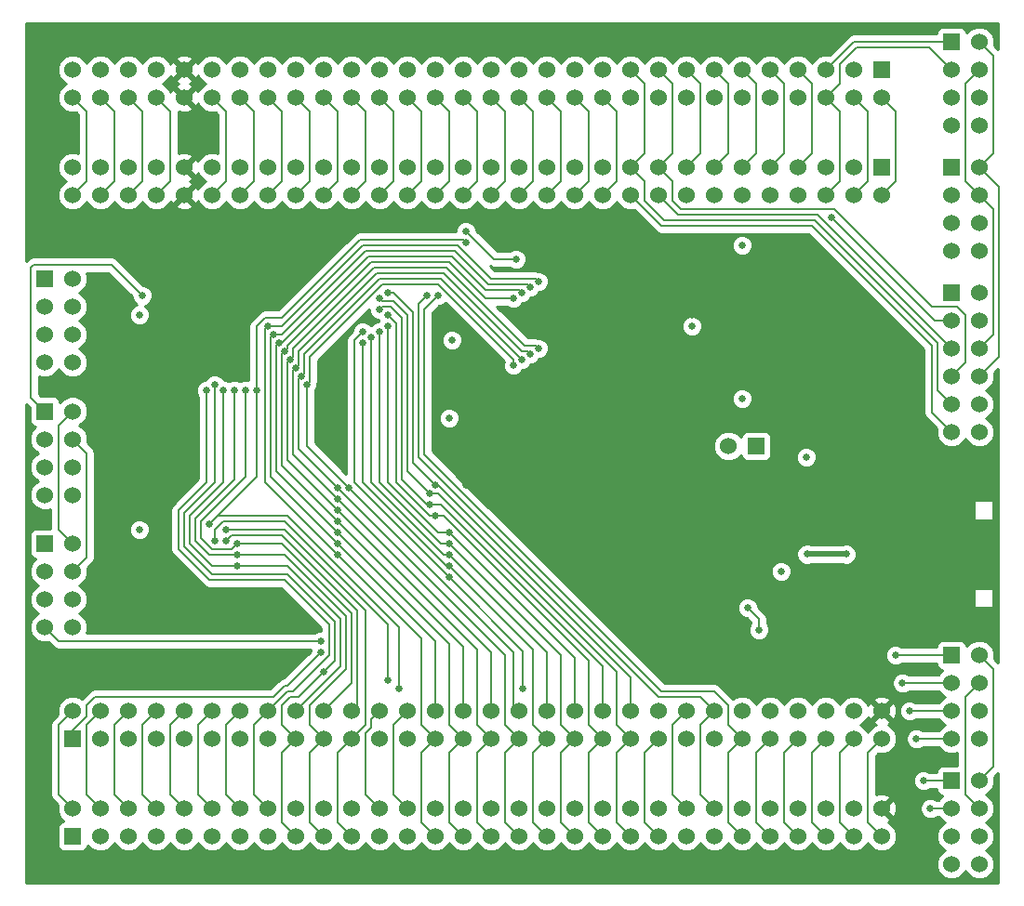
<source format=gbl>
G04 (created by PCBNEW-RS274X (2012-01-19 BZR 3256)-stable) date 01/09/2012 10:31:29*
G01*
G70*
G90*
%MOIN*%
G04 Gerber Fmt 3.4, Leading zero omitted, Abs format*
%FSLAX34Y34*%
G04 APERTURE LIST*
%ADD10C,0.006000*%
%ADD11R,0.060000X0.060000*%
%ADD12C,0.060000*%
%ADD13C,0.025000*%
%ADD14C,0.008000*%
%ADD15C,0.020000*%
%ADD16C,0.010000*%
G04 APERTURE END LIST*
G54D10*
G54D11*
X12000Y-36000D03*
G54D12*
X12000Y-35000D03*
X17000Y-36000D03*
X13000Y-35000D03*
X18000Y-36000D03*
X14000Y-35000D03*
X19000Y-36000D03*
X15000Y-35000D03*
X20000Y-36000D03*
X16000Y-35000D03*
X21000Y-36000D03*
X17000Y-35000D03*
X22000Y-36000D03*
X18000Y-35000D03*
X23000Y-36000D03*
X19000Y-35000D03*
X24000Y-36000D03*
X20000Y-35000D03*
X25000Y-36000D03*
X21000Y-35000D03*
X26000Y-36000D03*
X22000Y-35000D03*
X27000Y-36000D03*
X23000Y-35000D03*
X24000Y-35000D03*
X28000Y-36000D03*
X25000Y-35000D03*
X27000Y-35000D03*
X28000Y-35000D03*
X29000Y-35000D03*
X30000Y-35000D03*
X29000Y-36000D03*
X30000Y-36000D03*
X13000Y-36000D03*
X14000Y-36000D03*
X15000Y-36000D03*
X16000Y-36000D03*
X31000Y-36000D03*
X31000Y-35000D03*
X26000Y-35000D03*
X32000Y-36000D03*
X32000Y-35000D03*
X33000Y-36000D03*
X33000Y-35000D03*
X34000Y-36000D03*
X34000Y-35000D03*
X35000Y-36000D03*
X35000Y-35000D03*
X36000Y-36000D03*
X36000Y-35000D03*
X37000Y-36000D03*
X37000Y-35000D03*
X38000Y-36000D03*
X38000Y-35000D03*
X39000Y-36000D03*
X39000Y-35000D03*
X40000Y-36000D03*
X40000Y-35000D03*
X41000Y-36000D03*
X41000Y-35000D03*
G54D11*
X41000Y-12000D03*
G54D12*
X41000Y-13000D03*
X36000Y-12000D03*
X40000Y-13000D03*
X35000Y-12000D03*
X39000Y-13000D03*
X34000Y-12000D03*
X38000Y-13000D03*
X33000Y-12000D03*
X37000Y-13000D03*
X32000Y-12000D03*
X36000Y-13000D03*
X31000Y-12000D03*
X35000Y-13000D03*
X30000Y-12000D03*
X34000Y-13000D03*
X29000Y-12000D03*
X33000Y-13000D03*
X28000Y-12000D03*
X32000Y-13000D03*
X27000Y-12000D03*
X31000Y-13000D03*
X26000Y-12000D03*
X30000Y-13000D03*
X29000Y-13000D03*
X25000Y-12000D03*
X28000Y-13000D03*
X26000Y-13000D03*
X25000Y-13000D03*
X24000Y-13000D03*
X23000Y-13000D03*
X24000Y-12000D03*
X23000Y-12000D03*
X40000Y-12000D03*
X39000Y-12000D03*
X38000Y-12000D03*
X37000Y-12000D03*
X22000Y-12000D03*
X22000Y-13000D03*
X27000Y-13000D03*
X21000Y-12000D03*
X21000Y-13000D03*
X20000Y-12000D03*
X20000Y-13000D03*
X19000Y-12000D03*
X19000Y-13000D03*
X18000Y-12000D03*
X18000Y-13000D03*
X17000Y-12000D03*
X17000Y-13000D03*
X16000Y-12000D03*
X16000Y-13000D03*
X15000Y-12000D03*
X15000Y-13000D03*
X14000Y-12000D03*
X14000Y-13000D03*
X13000Y-12000D03*
X13000Y-13000D03*
X12000Y-12000D03*
X12000Y-13000D03*
G54D11*
X12000Y-32500D03*
G54D12*
X12000Y-31500D03*
X17000Y-32500D03*
X13000Y-31500D03*
X18000Y-32500D03*
X14000Y-31500D03*
X19000Y-32500D03*
X15000Y-31500D03*
X20000Y-32500D03*
X16000Y-31500D03*
X21000Y-32500D03*
X17000Y-31500D03*
X22000Y-32500D03*
X18000Y-31500D03*
X23000Y-32500D03*
X19000Y-31500D03*
X24000Y-32500D03*
X20000Y-31500D03*
X25000Y-32500D03*
X21000Y-31500D03*
X26000Y-32500D03*
X22000Y-31500D03*
X27000Y-32500D03*
X23000Y-31500D03*
X24000Y-31500D03*
X28000Y-32500D03*
X25000Y-31500D03*
X27000Y-31500D03*
X28000Y-31500D03*
X29000Y-31500D03*
X30000Y-31500D03*
X29000Y-32500D03*
X30000Y-32500D03*
X13000Y-32500D03*
X14000Y-32500D03*
X15000Y-32500D03*
X16000Y-32500D03*
X31000Y-32500D03*
X31000Y-31500D03*
X26000Y-31500D03*
X32000Y-32500D03*
X32000Y-31500D03*
X33000Y-32500D03*
X33000Y-31500D03*
X34000Y-32500D03*
X34000Y-31500D03*
X35000Y-32500D03*
X35000Y-31500D03*
X36000Y-32500D03*
X36000Y-31500D03*
X37000Y-32500D03*
X37000Y-31500D03*
X38000Y-32500D03*
X38000Y-31500D03*
X39000Y-32500D03*
X39000Y-31500D03*
X40000Y-32500D03*
X40000Y-31500D03*
X41000Y-32500D03*
X41000Y-31500D03*
G54D11*
X41000Y-08500D03*
G54D12*
X41000Y-09500D03*
X36000Y-08500D03*
X40000Y-09500D03*
X35000Y-08500D03*
X39000Y-09500D03*
X34000Y-08500D03*
X38000Y-09500D03*
X33000Y-08500D03*
X37000Y-09500D03*
X32000Y-08500D03*
X36000Y-09500D03*
X31000Y-08500D03*
X35000Y-09500D03*
X30000Y-08500D03*
X34000Y-09500D03*
X29000Y-08500D03*
X33000Y-09500D03*
X28000Y-08500D03*
X32000Y-09500D03*
X27000Y-08500D03*
X31000Y-09500D03*
X26000Y-08500D03*
X30000Y-09500D03*
X29000Y-09500D03*
X25000Y-08500D03*
X28000Y-09500D03*
X26000Y-09500D03*
X25000Y-09500D03*
X24000Y-09500D03*
X23000Y-09500D03*
X24000Y-08500D03*
X23000Y-08500D03*
X40000Y-08500D03*
X39000Y-08500D03*
X38000Y-08500D03*
X37000Y-08500D03*
X22000Y-08500D03*
X22000Y-09500D03*
X27000Y-09500D03*
X21000Y-08500D03*
X21000Y-09500D03*
X20000Y-08500D03*
X20000Y-09500D03*
X19000Y-08500D03*
X19000Y-09500D03*
X18000Y-08500D03*
X18000Y-09500D03*
X17000Y-08500D03*
X17000Y-09500D03*
X16000Y-08500D03*
X16000Y-09500D03*
X15000Y-08500D03*
X15000Y-09500D03*
X14000Y-08500D03*
X14000Y-09500D03*
X13000Y-08500D03*
X13000Y-09500D03*
X12000Y-08500D03*
X12000Y-09500D03*
G54D11*
X43500Y-16500D03*
G54D12*
X44500Y-16500D03*
X43500Y-17500D03*
X44500Y-17500D03*
X43500Y-18500D03*
X44500Y-18500D03*
X43500Y-19500D03*
X44500Y-19500D03*
X43500Y-20500D03*
X44500Y-20500D03*
X43500Y-21500D03*
X44500Y-21500D03*
G54D11*
X43500Y-12000D03*
G54D12*
X44500Y-12000D03*
X43500Y-13000D03*
X44500Y-13000D03*
X43500Y-14000D03*
X44500Y-14000D03*
X43500Y-15000D03*
X44500Y-15000D03*
G54D11*
X43500Y-07500D03*
G54D12*
X44500Y-07500D03*
X43500Y-08500D03*
X44500Y-08500D03*
X43500Y-09500D03*
X44500Y-09500D03*
X43500Y-10500D03*
X44500Y-10500D03*
G54D11*
X11000Y-25500D03*
G54D12*
X12000Y-25500D03*
X11000Y-26500D03*
X12000Y-26500D03*
X11000Y-27500D03*
X12000Y-27500D03*
X11000Y-28500D03*
X12000Y-28500D03*
G54D11*
X11000Y-20750D03*
G54D12*
X12000Y-20750D03*
X11000Y-21750D03*
X12000Y-21750D03*
X11000Y-22750D03*
X12000Y-22750D03*
X11000Y-23750D03*
X12000Y-23750D03*
G54D11*
X11000Y-16000D03*
G54D12*
X12000Y-16000D03*
X11000Y-17000D03*
X12000Y-17000D03*
X11000Y-18000D03*
X12000Y-18000D03*
X11000Y-19000D03*
X12000Y-19000D03*
G54D11*
X43500Y-34000D03*
G54D12*
X44500Y-34000D03*
X43500Y-35000D03*
X44500Y-35000D03*
X43500Y-36000D03*
X44500Y-36000D03*
X43500Y-37000D03*
X44500Y-37000D03*
G54D11*
X43500Y-29500D03*
G54D12*
X44500Y-29500D03*
X43500Y-30500D03*
X44500Y-30500D03*
X43500Y-31500D03*
X44500Y-31500D03*
X43500Y-32500D03*
X44500Y-32500D03*
G54D11*
X36500Y-22000D03*
G54D12*
X35500Y-22000D03*
G54D13*
X36200Y-27800D03*
X36600Y-28600D03*
X20900Y-29400D03*
X16800Y-20000D03*
X21000Y-30100D03*
X17100Y-19800D03*
X17400Y-20000D03*
X17900Y-26300D03*
X17800Y-20000D03*
X17900Y-25900D03*
X18200Y-20000D03*
X17900Y-25500D03*
X17500Y-25000D03*
X17500Y-25400D03*
X28700Y-16100D03*
X21500Y-25900D03*
X19000Y-17700D03*
X19200Y-18000D03*
X21500Y-25500D03*
X28400Y-16300D03*
X25500Y-25500D03*
X23000Y-17900D03*
X23300Y-17700D03*
X25500Y-25100D03*
X25000Y-24500D03*
X23300Y-17300D03*
X24800Y-24100D03*
X23000Y-17100D03*
X24800Y-23700D03*
X23000Y-16700D03*
X23300Y-16500D03*
X25000Y-23400D03*
X28100Y-16500D03*
X21500Y-25100D03*
X19400Y-18300D03*
X27800Y-16700D03*
X19600Y-18600D03*
X21500Y-24700D03*
X21500Y-24300D03*
X19800Y-18900D03*
X28700Y-18500D03*
X28400Y-18700D03*
X21500Y-23900D03*
X20000Y-19200D03*
X28100Y-18900D03*
X21500Y-23500D03*
X20200Y-19500D03*
X20400Y-19800D03*
X27800Y-19100D03*
X21900Y-23500D03*
X22400Y-18300D03*
X25500Y-26300D03*
X22700Y-18100D03*
X25500Y-25900D03*
X26100Y-14300D03*
X27900Y-15300D03*
X24700Y-16600D03*
X28150Y-30700D03*
X22400Y-17900D03*
X25500Y-26700D03*
X20900Y-29000D03*
X25100Y-16600D03*
X23300Y-30400D03*
X17100Y-25400D03*
X18600Y-20000D03*
X23700Y-30700D03*
X16900Y-24800D03*
X26100Y-14700D03*
X14500Y-16600D03*
X39200Y-13800D03*
X42750Y-35000D03*
X42500Y-34000D03*
X42000Y-31500D03*
X41750Y-30500D03*
X42250Y-32500D03*
X41500Y-29500D03*
X39725Y-25875D03*
X38300Y-22400D03*
X38325Y-25875D03*
X21100Y-18800D03*
X40300Y-20600D03*
X25600Y-17200D03*
X18200Y-15900D03*
X15100Y-18700D03*
X39800Y-26800D03*
X14000Y-29500D03*
X34200Y-17300D03*
X32400Y-15500D03*
X26100Y-23400D03*
X40100Y-28600D03*
X25500Y-21000D03*
X14400Y-17300D03*
X14400Y-25000D03*
X25600Y-18200D03*
X37400Y-26500D03*
X34200Y-17700D03*
X36000Y-14800D03*
X36000Y-20300D03*
G54D14*
X12500Y-10000D02*
X12500Y-12500D01*
X12000Y-09500D02*
X12500Y-10000D01*
X12500Y-12500D02*
X12000Y-13000D01*
X14000Y-09500D02*
X14500Y-10000D01*
X14500Y-12500D02*
X14000Y-13000D01*
X14500Y-10000D02*
X14500Y-12500D01*
X13000Y-09500D02*
X13500Y-10000D01*
X13500Y-12500D02*
X13000Y-13000D01*
X13500Y-10000D02*
X13500Y-12500D01*
X27500Y-12500D02*
X27000Y-13000D01*
X27000Y-09500D02*
X27500Y-10000D01*
X27500Y-10000D02*
X27500Y-12500D01*
X15500Y-12500D02*
X15000Y-13000D01*
X15000Y-09500D02*
X15500Y-10000D01*
X15500Y-10000D02*
X15500Y-12500D01*
X44000Y-34500D02*
X44500Y-35000D01*
X44500Y-30500D02*
X44000Y-31000D01*
X44000Y-31000D02*
X44000Y-34500D01*
X36200Y-27800D02*
X36600Y-28200D01*
X36600Y-28200D02*
X36600Y-28600D01*
X45000Y-30000D02*
X45000Y-33500D01*
X45000Y-33500D02*
X44500Y-34000D01*
X44500Y-29500D02*
X45000Y-30000D01*
X20900Y-29400D02*
X19700Y-30600D01*
X12000Y-32200D02*
X12000Y-32500D01*
X12500Y-31300D02*
X12500Y-31700D01*
X12500Y-31700D02*
X12000Y-32200D01*
X19700Y-30600D02*
X19600Y-30600D01*
X19200Y-31000D02*
X12800Y-31000D01*
X12800Y-31000D02*
X12500Y-31300D01*
X19600Y-30600D02*
X19200Y-31000D01*
X11500Y-32000D02*
X11500Y-34500D01*
X11500Y-34500D02*
X12000Y-35000D01*
X12000Y-31500D02*
X11500Y-32000D01*
X17000Y-31500D02*
X16500Y-32000D01*
X16500Y-34500D02*
X17000Y-35000D01*
X16500Y-32000D02*
X16500Y-34500D01*
X18000Y-31500D02*
X17500Y-32000D01*
X17500Y-32000D02*
X17500Y-34500D01*
X17500Y-34500D02*
X18000Y-35000D01*
X19900Y-30800D02*
X19700Y-30800D01*
X16900Y-26800D02*
X15800Y-25700D01*
X16800Y-23300D02*
X15800Y-24300D01*
X18500Y-32000D02*
X18500Y-34500D01*
X19700Y-30800D02*
X19000Y-31500D01*
X21200Y-29500D02*
X19900Y-30800D01*
X19000Y-31500D02*
X18500Y-32000D01*
X21200Y-29500D02*
X21200Y-28400D01*
X16900Y-26800D02*
X19600Y-26800D01*
X19600Y-26800D02*
X21200Y-28400D01*
X16800Y-20000D02*
X16800Y-20000D01*
X16800Y-20000D02*
X16800Y-23300D01*
X18500Y-34500D02*
X19000Y-35000D01*
X15800Y-24300D02*
X15800Y-25700D01*
X17100Y-19800D02*
X17100Y-23300D01*
X19700Y-26600D02*
X21400Y-28300D01*
X20000Y-32500D02*
X19500Y-32000D01*
X16000Y-25600D02*
X17000Y-26600D01*
X19500Y-33000D02*
X19500Y-35500D01*
X17100Y-23300D02*
X16000Y-24400D01*
X20000Y-32500D02*
X19500Y-33000D01*
X21400Y-29700D02*
X21000Y-30100D01*
X20100Y-31000D02*
X19800Y-31000D01*
X19500Y-35500D02*
X20000Y-36000D01*
X21400Y-28300D02*
X21400Y-29700D01*
X19500Y-32000D02*
X19500Y-31300D01*
X19800Y-31000D02*
X19500Y-31300D01*
X19700Y-26600D02*
X17000Y-26600D01*
X16000Y-24400D02*
X16000Y-25600D01*
X21000Y-30100D02*
X20100Y-31000D01*
X17400Y-20000D02*
X17400Y-23300D01*
X21600Y-28200D02*
X21600Y-29900D01*
X21600Y-29900D02*
X20000Y-31500D01*
X17900Y-26300D02*
X19700Y-26300D01*
X17000Y-26300D02*
X16200Y-25500D01*
X17900Y-26300D02*
X17000Y-26300D01*
X19700Y-26300D02*
X21600Y-28200D01*
X16200Y-25500D02*
X16200Y-24500D01*
X17400Y-23300D02*
X16200Y-24500D01*
X17800Y-20000D02*
X17800Y-23200D01*
X16400Y-24600D02*
X16400Y-25400D01*
X20500Y-35500D02*
X21000Y-36000D01*
X16400Y-25400D02*
X16900Y-25900D01*
X21000Y-32500D02*
X20500Y-33000D01*
X20500Y-32000D02*
X20500Y-31300D01*
X17800Y-23200D02*
X16400Y-24600D01*
X17900Y-25900D02*
X19600Y-25900D01*
X19600Y-25900D02*
X21800Y-28100D01*
X16900Y-25900D02*
X17900Y-25900D01*
X21800Y-28100D02*
X21800Y-30000D01*
X21800Y-30000D02*
X20500Y-31300D01*
X20500Y-33000D02*
X20500Y-35500D01*
X21000Y-32500D02*
X20500Y-32000D01*
X16600Y-25300D02*
X17000Y-25700D01*
X16600Y-24700D02*
X16600Y-25300D01*
X22000Y-30500D02*
X21000Y-31500D01*
X17700Y-25700D02*
X17000Y-25700D01*
X17900Y-25500D02*
X17700Y-25700D01*
X22000Y-28000D02*
X22000Y-30500D01*
X18200Y-23100D02*
X16600Y-24700D01*
X19500Y-25500D02*
X22000Y-28000D01*
X17900Y-25500D02*
X19500Y-25500D01*
X18200Y-20000D02*
X18200Y-23100D01*
X22000Y-32500D02*
X21500Y-33000D01*
X19600Y-25000D02*
X22500Y-27900D01*
X22500Y-27900D02*
X22500Y-32000D01*
X17500Y-25000D02*
X19600Y-25000D01*
X22000Y-32500D02*
X22500Y-32000D01*
X21500Y-35500D02*
X22000Y-36000D01*
X21500Y-33000D02*
X21500Y-35500D01*
X22200Y-27900D02*
X19500Y-25200D01*
X22000Y-31500D02*
X22200Y-31300D01*
X17500Y-25400D02*
X17700Y-25200D01*
X17700Y-25200D02*
X19500Y-25200D01*
X22200Y-31300D02*
X22200Y-27900D01*
X22500Y-34500D02*
X23000Y-35000D01*
X22500Y-32300D02*
X22500Y-34500D01*
X22700Y-31800D02*
X22700Y-32100D01*
X22700Y-32100D02*
X22500Y-32300D01*
X23000Y-31500D02*
X22700Y-31800D01*
X24000Y-31500D02*
X23500Y-32000D01*
X23500Y-32000D02*
X23500Y-34500D01*
X23500Y-34500D02*
X24000Y-35000D01*
X12500Y-34500D02*
X13000Y-35000D01*
X12500Y-32000D02*
X12500Y-34500D01*
X13000Y-31500D02*
X12500Y-32000D01*
X13500Y-34500D02*
X14000Y-35000D01*
X13500Y-32000D02*
X13500Y-34500D01*
X14000Y-31500D02*
X13500Y-32000D01*
X14500Y-34500D02*
X15000Y-35000D01*
X15000Y-31500D02*
X14500Y-32000D01*
X14500Y-32000D02*
X14500Y-34500D01*
X15500Y-34500D02*
X16000Y-35000D01*
X15500Y-32000D02*
X15500Y-34500D01*
X16000Y-31500D02*
X15500Y-32000D01*
X33000Y-32500D02*
X32500Y-33000D01*
X32500Y-35500D02*
X33000Y-36000D01*
X32500Y-33000D02*
X32500Y-35500D01*
X18900Y-17800D02*
X19000Y-17700D01*
X24500Y-33000D02*
X24500Y-35500D01*
X25800Y-14800D02*
X27000Y-16000D01*
X19500Y-17700D02*
X22400Y-14800D01*
X24500Y-28900D02*
X24500Y-32000D01*
X19000Y-17700D02*
X19500Y-17700D01*
X27000Y-16000D02*
X28600Y-16000D01*
X25000Y-32500D02*
X24500Y-33000D01*
X18900Y-17800D02*
X18900Y-23300D01*
X24500Y-35500D02*
X25000Y-36000D01*
X28600Y-16000D02*
X28700Y-16100D01*
X22400Y-14800D02*
X25800Y-14800D01*
X19000Y-17700D02*
X18900Y-17800D01*
X18900Y-23300D02*
X21500Y-25900D01*
X21500Y-25900D02*
X24500Y-28900D01*
X24500Y-32000D02*
X25000Y-32500D01*
X19200Y-18000D02*
X19500Y-18000D01*
X21500Y-25500D02*
X25000Y-29000D01*
X19100Y-18100D02*
X19100Y-23100D01*
X19200Y-18000D02*
X19100Y-18100D01*
X25000Y-29000D02*
X25000Y-31500D01*
X26900Y-16200D02*
X28300Y-16200D01*
X25700Y-15000D02*
X26900Y-16200D01*
X22500Y-15000D02*
X25700Y-15000D01*
X19500Y-18000D02*
X22500Y-15000D01*
X28300Y-16200D02*
X28400Y-16300D01*
X19100Y-23100D02*
X21500Y-25500D01*
X29500Y-35500D02*
X30000Y-36000D01*
X25200Y-25500D02*
X25500Y-25500D01*
X23000Y-17900D02*
X23000Y-23300D01*
X23000Y-23300D02*
X25200Y-25500D01*
X29500Y-29500D02*
X29500Y-32000D01*
X29500Y-33000D02*
X29500Y-35500D01*
X25500Y-25500D02*
X29500Y-29500D01*
X30000Y-32500D02*
X29500Y-33000D01*
X29500Y-32000D02*
X30000Y-32500D01*
X25500Y-25100D02*
X25100Y-25100D01*
X23300Y-23300D02*
X23300Y-17700D01*
X25100Y-25100D02*
X23300Y-23300D01*
X30000Y-29600D02*
X30000Y-31500D01*
X25500Y-25100D02*
X30000Y-29600D01*
X30500Y-29700D02*
X30500Y-32000D01*
X23300Y-17300D02*
X23600Y-17600D01*
X23600Y-17600D02*
X23600Y-23300D01*
X24800Y-24500D02*
X25000Y-24500D01*
X25300Y-24500D02*
X30500Y-29700D01*
X30500Y-33000D02*
X30500Y-35500D01*
X31000Y-32500D02*
X30500Y-33000D01*
X30500Y-35500D02*
X31000Y-36000D01*
X30500Y-32000D02*
X31000Y-32500D01*
X25000Y-24500D02*
X25300Y-24500D01*
X23600Y-23300D02*
X24800Y-24500D01*
X24800Y-24100D02*
X25200Y-24100D01*
X25200Y-24100D02*
X31000Y-29900D01*
X31000Y-29900D02*
X31000Y-31500D01*
X23100Y-17000D02*
X23400Y-17000D01*
X24700Y-24100D02*
X23800Y-23200D01*
X23800Y-17400D02*
X23800Y-23200D01*
X23400Y-17000D02*
X23800Y-17400D01*
X24800Y-24100D02*
X24700Y-24100D01*
X23000Y-17100D02*
X23100Y-17000D01*
X24800Y-23700D02*
X25100Y-23700D01*
X24800Y-23700D02*
X24000Y-22900D01*
X25100Y-23700D02*
X31500Y-30100D01*
X31500Y-32000D02*
X32000Y-32500D01*
X23100Y-16800D02*
X23500Y-16800D01*
X23500Y-16800D02*
X24000Y-17300D01*
X31500Y-33000D02*
X31500Y-35500D01*
X31500Y-30100D02*
X31500Y-32000D01*
X23000Y-16700D02*
X23100Y-16800D01*
X32000Y-32500D02*
X31500Y-33000D01*
X31500Y-35500D02*
X32000Y-36000D01*
X24000Y-17300D02*
X24000Y-22900D01*
X24200Y-17200D02*
X24200Y-22600D01*
X25100Y-23400D02*
X32000Y-30300D01*
X23300Y-16500D02*
X23500Y-16500D01*
X23500Y-16500D02*
X24200Y-17200D01*
X32000Y-30300D02*
X32000Y-31500D01*
X25000Y-23400D02*
X24200Y-22600D01*
X25000Y-23400D02*
X25100Y-23400D01*
X19300Y-22900D02*
X21500Y-25100D01*
X25500Y-29100D02*
X25500Y-32000D01*
X25500Y-35500D02*
X26000Y-36000D01*
X25500Y-32000D02*
X26000Y-32500D01*
X19400Y-18300D02*
X19500Y-18300D01*
X19400Y-18300D02*
X19300Y-18400D01*
X21500Y-25100D02*
X25500Y-29100D01*
X26000Y-32500D02*
X25500Y-33000D01*
X25600Y-15200D02*
X26800Y-16400D01*
X22600Y-15200D02*
X25600Y-15200D01*
X19500Y-18300D02*
X22600Y-15200D01*
X19300Y-18400D02*
X19300Y-22900D01*
X26800Y-16400D02*
X28000Y-16400D01*
X28000Y-16400D02*
X28100Y-16500D01*
X25500Y-33000D02*
X25500Y-35500D01*
X19500Y-22700D02*
X21500Y-24700D01*
X21500Y-24700D02*
X26000Y-29200D01*
X19600Y-18600D02*
X19500Y-18700D01*
X19600Y-18600D02*
X19700Y-18500D01*
X22700Y-15400D02*
X25500Y-15400D01*
X19700Y-18500D02*
X19700Y-18400D01*
X26000Y-29200D02*
X26000Y-31500D01*
X19500Y-18700D02*
X19500Y-22700D01*
X26800Y-16700D02*
X27800Y-16700D01*
X25500Y-15400D02*
X26800Y-16700D01*
X19700Y-18400D02*
X22700Y-15400D01*
X19700Y-19000D02*
X19700Y-22500D01*
X26500Y-32000D02*
X27000Y-32500D01*
X22800Y-15600D02*
X25400Y-15600D01*
X19700Y-22500D02*
X21500Y-24300D01*
X19800Y-18900D02*
X19700Y-19000D01*
X28600Y-18400D02*
X28700Y-18500D01*
X26500Y-35500D02*
X27000Y-36000D01*
X27000Y-32500D02*
X26500Y-33000D01*
X25400Y-15600D02*
X28200Y-18400D01*
X26500Y-33000D02*
X26500Y-35500D01*
X21500Y-24300D02*
X26500Y-29300D01*
X28200Y-18400D02*
X28600Y-18400D01*
X19800Y-18900D02*
X19900Y-18800D01*
X19900Y-18800D02*
X19900Y-18500D01*
X26500Y-29300D02*
X26500Y-32000D01*
X19900Y-18500D02*
X22800Y-15600D01*
X19900Y-22300D02*
X21500Y-23900D01*
X27000Y-29400D02*
X27000Y-31500D01*
X20000Y-19200D02*
X19900Y-19300D01*
X20000Y-19200D02*
X20100Y-19100D01*
X19900Y-19300D02*
X19900Y-22300D01*
X28100Y-18600D02*
X28300Y-18600D01*
X21500Y-23900D02*
X27000Y-29400D01*
X28300Y-18600D02*
X28400Y-18700D01*
X20100Y-19100D02*
X20100Y-18600D01*
X25300Y-15800D02*
X28100Y-18600D01*
X20100Y-18600D02*
X22900Y-15800D01*
X22900Y-15800D02*
X25300Y-15800D01*
X27500Y-29500D02*
X27500Y-32000D01*
X20200Y-19500D02*
X20300Y-19400D01*
X20100Y-22100D02*
X20100Y-19600D01*
X27500Y-33000D02*
X27500Y-35500D01*
X27500Y-32000D02*
X28000Y-32500D01*
X21500Y-23500D02*
X20100Y-22100D01*
X28000Y-32500D02*
X27500Y-33000D01*
X25200Y-16000D02*
X28100Y-18900D01*
X20100Y-19600D02*
X20200Y-19500D01*
X20200Y-19500D02*
X20100Y-19600D01*
X21500Y-23500D02*
X27500Y-29500D01*
X27500Y-35500D02*
X28000Y-36000D01*
X20300Y-19400D02*
X20300Y-18700D01*
X20300Y-18700D02*
X23000Y-16000D01*
X25200Y-16000D02*
X23000Y-16000D01*
X23100Y-16200D02*
X25100Y-16200D01*
X25100Y-16200D02*
X27800Y-18900D01*
X27800Y-31300D02*
X28000Y-31500D01*
X21900Y-23500D02*
X20400Y-22000D01*
X20500Y-18800D02*
X23100Y-16200D01*
X20400Y-19800D02*
X20500Y-19700D01*
X20500Y-19700D02*
X20500Y-18800D01*
X21900Y-23500D02*
X27800Y-29400D01*
X20400Y-22000D02*
X20400Y-19800D01*
X27800Y-29400D02*
X27800Y-31300D01*
X28000Y-31500D02*
X27800Y-31300D01*
X27800Y-18900D02*
X27800Y-19100D01*
X25400Y-26300D02*
X25500Y-26300D01*
X22400Y-23300D02*
X25400Y-26300D01*
X22400Y-18300D02*
X22400Y-23300D01*
X25400Y-26300D02*
X25500Y-26300D01*
X28500Y-32000D02*
X29000Y-32500D01*
X29000Y-32500D02*
X28500Y-33000D01*
X28500Y-33000D02*
X28500Y-35500D01*
X28500Y-35500D02*
X29000Y-36000D01*
X25500Y-26300D02*
X28500Y-29300D01*
X28500Y-29300D02*
X28500Y-32000D01*
X25400Y-26300D02*
X25500Y-26300D01*
X22700Y-23300D02*
X25300Y-25900D01*
X25300Y-25900D02*
X25500Y-25900D01*
X29000Y-29400D02*
X29000Y-31500D01*
X22700Y-18100D02*
X22700Y-23300D01*
X25500Y-25900D02*
X29000Y-29400D01*
X25500Y-25900D02*
X25300Y-25900D01*
X33500Y-32000D02*
X33500Y-34500D01*
X33500Y-34500D02*
X34000Y-35000D01*
X34000Y-31500D02*
X33500Y-32000D01*
X26100Y-14300D02*
X27100Y-15300D01*
X27100Y-15300D02*
X27900Y-15300D01*
X37000Y-32500D02*
X36500Y-33000D01*
X36500Y-33000D02*
X36500Y-35500D01*
X36500Y-35500D02*
X37000Y-36000D01*
X12000Y-21750D02*
X12500Y-22250D01*
X12500Y-26000D02*
X12000Y-26500D01*
X37500Y-33000D02*
X37500Y-35500D01*
X38000Y-32500D02*
X37500Y-33000D01*
X12500Y-22250D02*
X12500Y-26000D01*
X37500Y-35500D02*
X38000Y-36000D01*
X12000Y-20750D02*
X11500Y-21250D01*
X11500Y-21250D02*
X11500Y-25000D01*
X11500Y-25000D02*
X12000Y-25500D01*
X34500Y-34500D02*
X35000Y-35000D01*
X35000Y-31500D02*
X34500Y-32000D01*
X34500Y-32000D02*
X34500Y-34500D01*
X33000Y-31000D02*
X34500Y-31000D01*
X24700Y-16600D02*
X24400Y-16900D01*
X24400Y-16900D02*
X24400Y-22400D01*
X34500Y-31000D02*
X35000Y-31500D01*
X24400Y-22400D02*
X33000Y-31000D01*
X22100Y-18200D02*
X22100Y-23300D01*
X25500Y-26700D02*
X28150Y-29350D01*
X22400Y-17900D02*
X22100Y-18200D01*
X22100Y-23300D02*
X25500Y-26700D01*
X28150Y-29350D02*
X28150Y-30700D01*
X20900Y-29000D02*
X11500Y-29000D01*
X11500Y-29000D02*
X11000Y-28500D01*
X35000Y-30800D02*
X35500Y-31300D01*
X24600Y-17100D02*
X24600Y-22300D01*
X35500Y-32000D02*
X36000Y-32500D01*
X36000Y-32500D02*
X35500Y-33000D01*
X35500Y-33000D02*
X35500Y-35500D01*
X35500Y-31300D02*
X35500Y-32000D01*
X24600Y-22300D02*
X33100Y-30800D01*
X33100Y-30800D02*
X35000Y-30800D01*
X25100Y-16600D02*
X24600Y-17100D01*
X35500Y-35500D02*
X36000Y-36000D01*
X17100Y-25000D02*
X17400Y-24700D01*
X17100Y-25400D02*
X17100Y-25000D01*
X19600Y-24700D02*
X23300Y-28400D01*
X17400Y-24700D02*
X19600Y-24700D01*
X23300Y-28400D02*
X23300Y-30400D01*
X38500Y-33000D02*
X38500Y-35500D01*
X39000Y-32500D02*
X38500Y-33000D01*
X38500Y-35500D02*
X39000Y-36000D01*
X40000Y-32500D02*
X39500Y-33000D01*
X39500Y-35500D02*
X40000Y-36000D01*
X39500Y-33000D02*
X39500Y-35500D01*
X26000Y-14600D02*
X22300Y-14600D01*
X19700Y-24500D02*
X17200Y-24500D01*
X23700Y-28500D02*
X23700Y-30700D01*
X19700Y-24500D02*
X23700Y-28500D01*
X18900Y-17400D02*
X19500Y-17400D01*
X26100Y-14700D02*
X26000Y-14600D01*
X18600Y-17700D02*
X18900Y-17400D01*
X16900Y-24800D02*
X18600Y-23100D01*
X18600Y-23100D02*
X18600Y-20000D01*
X19500Y-17400D02*
X22300Y-14600D01*
X17200Y-24500D02*
X16900Y-24800D01*
X18600Y-20000D02*
X18600Y-17700D01*
X18600Y-20000D02*
X18600Y-20000D01*
X10600Y-15500D02*
X10500Y-15600D01*
X13400Y-15500D02*
X10600Y-15500D01*
X10500Y-20250D02*
X11000Y-20750D01*
X10500Y-15600D02*
X10500Y-20250D01*
X14500Y-16600D02*
X13400Y-15500D01*
X26500Y-10000D02*
X26500Y-12500D01*
X26500Y-12500D02*
X26000Y-13000D01*
X26000Y-09500D02*
X26500Y-10000D01*
X25500Y-10000D02*
X25500Y-12500D01*
X25000Y-09500D02*
X25500Y-10000D01*
X25500Y-12500D02*
X25000Y-13000D01*
X24500Y-12500D02*
X24000Y-13000D01*
X24500Y-10000D02*
X24500Y-12500D01*
X24000Y-09500D02*
X24500Y-10000D01*
X23500Y-10000D02*
X23500Y-12500D01*
X23500Y-12500D02*
X23000Y-13000D01*
X23000Y-09500D02*
X23500Y-10000D01*
X37500Y-11500D02*
X37000Y-12000D01*
X37000Y-08500D02*
X37500Y-09000D01*
X37500Y-09000D02*
X37500Y-11500D01*
X30500Y-12500D02*
X30000Y-13000D01*
X30500Y-10000D02*
X30500Y-12500D01*
X30000Y-09500D02*
X30500Y-10000D01*
X29500Y-12500D02*
X29000Y-13000D01*
X29500Y-10000D02*
X29500Y-12500D01*
X29000Y-09500D02*
X29500Y-10000D01*
X21500Y-10000D02*
X21500Y-12500D01*
X21500Y-12500D02*
X21000Y-13000D01*
X21000Y-09500D02*
X21500Y-10000D01*
X20500Y-10000D02*
X20500Y-12500D01*
X20500Y-12500D02*
X20000Y-13000D01*
X20000Y-09500D02*
X20500Y-10000D01*
X19500Y-12500D02*
X19000Y-13000D01*
X19000Y-09500D02*
X19500Y-10000D01*
X19500Y-10000D02*
X19500Y-12500D01*
X17500Y-10000D02*
X17500Y-12500D01*
X17500Y-12500D02*
X17000Y-13000D01*
X17000Y-09500D02*
X17500Y-10000D01*
X18500Y-12500D02*
X18000Y-13000D01*
X18000Y-09500D02*
X18500Y-10000D01*
X18500Y-10000D02*
X18500Y-12500D01*
X44000Y-19000D02*
X44000Y-17300D01*
X42800Y-17000D02*
X39300Y-13500D01*
X33000Y-12000D02*
X33500Y-12500D01*
X33000Y-08500D02*
X33500Y-09000D01*
X33500Y-11500D02*
X33000Y-12000D01*
X33500Y-09000D02*
X33500Y-11500D01*
X43700Y-17000D02*
X42800Y-17000D01*
X33500Y-12500D02*
X33500Y-13200D01*
X39300Y-13500D02*
X33800Y-13500D01*
X44000Y-17300D02*
X43700Y-17000D01*
X44000Y-19000D02*
X43500Y-19500D01*
X33500Y-13200D02*
X33800Y-13500D01*
X38700Y-13700D02*
X43500Y-18500D01*
X33700Y-13700D02*
X38700Y-13700D01*
X33000Y-13000D02*
X33700Y-13700D01*
X32500Y-13200D02*
X33200Y-13900D01*
X43000Y-20000D02*
X43500Y-20500D01*
X32000Y-12000D02*
X32500Y-12500D01*
X32500Y-09000D02*
X32500Y-11500D01*
X32000Y-08500D02*
X32500Y-09000D01*
X32500Y-11500D02*
X32000Y-12000D01*
X33200Y-13900D02*
X38600Y-13900D01*
X38600Y-13900D02*
X43000Y-18300D01*
X43000Y-18300D02*
X43000Y-20000D01*
X32500Y-12500D02*
X32500Y-13200D01*
X33100Y-14100D02*
X32000Y-13000D01*
X43500Y-21500D02*
X42800Y-20800D01*
X38500Y-14100D02*
X33100Y-14100D01*
X42800Y-18400D02*
X42800Y-20800D01*
X38500Y-14100D02*
X42800Y-18400D01*
X31500Y-12500D02*
X31000Y-13000D01*
X31000Y-09500D02*
X31500Y-10000D01*
X39200Y-13800D02*
X42900Y-17500D01*
X42900Y-17500D02*
X43500Y-17500D01*
X31500Y-10000D02*
X31500Y-12500D01*
X41500Y-12500D02*
X41000Y-13000D01*
X42750Y-35000D02*
X43500Y-35000D01*
X41500Y-10000D02*
X41500Y-12500D01*
X41000Y-09500D02*
X41500Y-10000D01*
X40500Y-12500D02*
X40000Y-13000D01*
X40500Y-10000D02*
X40500Y-12500D01*
X40000Y-09500D02*
X40500Y-10000D01*
X42500Y-34000D02*
X43500Y-34000D01*
X38500Y-09000D02*
X38500Y-11500D01*
X38500Y-11500D02*
X38000Y-12000D01*
X38000Y-08500D02*
X38500Y-09000D01*
X42000Y-31500D02*
X43500Y-31500D01*
X39000Y-09500D02*
X39500Y-10000D01*
X40100Y-07700D02*
X39500Y-08300D01*
X43500Y-08500D02*
X42700Y-07700D01*
X41750Y-30500D02*
X43500Y-30500D01*
X39500Y-08300D02*
X39500Y-09000D01*
X39500Y-10000D02*
X39500Y-12500D01*
X39500Y-09000D02*
X39000Y-09500D01*
X42700Y-07700D02*
X40100Y-07700D01*
X39500Y-12500D02*
X39000Y-13000D01*
X42250Y-32500D02*
X43500Y-32500D01*
X43500Y-07500D02*
X40000Y-07500D01*
X41500Y-29500D02*
X43500Y-29500D01*
X40000Y-07500D02*
X39000Y-08500D01*
X45200Y-12700D02*
X44500Y-12000D01*
X44500Y-19500D02*
X45200Y-18800D01*
X45000Y-11500D02*
X45000Y-08000D01*
X45200Y-18800D02*
X45200Y-12700D01*
X44500Y-12000D02*
X45000Y-11500D01*
X45000Y-08000D02*
X44500Y-07500D01*
X44500Y-13000D02*
X44000Y-12500D01*
X44000Y-09000D02*
X44500Y-08500D01*
X45000Y-13500D02*
X44500Y-13000D01*
X44500Y-18500D02*
X45000Y-18000D01*
X44000Y-12500D02*
X44000Y-09000D01*
X45000Y-18000D02*
X45000Y-13500D01*
G54D15*
X39725Y-25875D02*
X38325Y-25875D01*
G54D14*
X35000Y-08500D02*
X35500Y-09000D01*
X35500Y-11500D02*
X35000Y-12000D01*
X35500Y-09000D02*
X35500Y-11500D01*
X34500Y-09000D02*
X34500Y-11500D01*
X34500Y-11500D02*
X34000Y-12000D01*
X34000Y-08500D02*
X34500Y-09000D01*
X36500Y-09000D02*
X36500Y-11500D01*
X36500Y-11500D02*
X36000Y-12000D01*
X36000Y-08500D02*
X36500Y-09000D01*
X41000Y-32500D02*
X40500Y-33000D01*
X40500Y-33000D02*
X40500Y-35500D01*
X40500Y-35500D02*
X41000Y-36000D01*
X28500Y-12500D02*
X28000Y-13000D01*
X28500Y-10000D02*
X28500Y-12500D01*
X28000Y-09500D02*
X28500Y-10000D01*
X22000Y-09500D02*
X22500Y-10000D01*
X22500Y-10000D02*
X22500Y-12500D01*
X22500Y-12500D02*
X22000Y-13000D01*
G54D10*
G36*
X22977Y-17500D02*
X22967Y-17525D01*
X22926Y-17525D01*
X22788Y-17582D01*
X22700Y-17670D01*
X22613Y-17583D01*
X22475Y-17525D01*
X22326Y-17525D01*
X22188Y-17582D01*
X22083Y-17687D01*
X22025Y-17825D01*
X22025Y-17865D01*
X21895Y-17995D01*
X21832Y-18089D01*
X21810Y-18200D01*
X21810Y-23000D01*
X20690Y-21880D01*
X20690Y-20040D01*
X20717Y-20013D01*
X20775Y-19875D01*
X20775Y-19775D01*
X20790Y-19700D01*
X20790Y-18920D01*
X22625Y-17085D01*
X22625Y-17174D01*
X22682Y-17312D01*
X22787Y-17417D01*
X22925Y-17475D01*
X22966Y-17475D01*
X22977Y-17500D01*
X22977Y-17500D01*
G37*
G54D16*
X22977Y-17500D02*
X22967Y-17525D01*
X22926Y-17525D01*
X22788Y-17582D01*
X22700Y-17670D01*
X22613Y-17583D01*
X22475Y-17525D01*
X22326Y-17525D01*
X22188Y-17582D01*
X22083Y-17687D01*
X22025Y-17825D01*
X22025Y-17865D01*
X21895Y-17995D01*
X21832Y-18089D01*
X21810Y-18200D01*
X21810Y-23000D01*
X20690Y-21880D01*
X20690Y-20040D01*
X20717Y-20013D01*
X20775Y-19875D01*
X20775Y-19775D01*
X20790Y-19700D01*
X20790Y-18920D01*
X22625Y-17085D01*
X22625Y-17174D01*
X22682Y-17312D01*
X22787Y-17417D01*
X22925Y-17475D01*
X22966Y-17475D01*
X22977Y-17500D01*
G54D10*
G36*
X45175Y-37675D02*
X44999Y-37675D01*
X10325Y-37675D01*
X10325Y-20485D01*
X10451Y-20611D01*
X10451Y-21099D01*
X10489Y-21191D01*
X10559Y-21261D01*
X10650Y-21299D01*
X10675Y-21299D01*
X10535Y-21439D01*
X10451Y-21641D01*
X10451Y-21859D01*
X10535Y-22061D01*
X10689Y-22215D01*
X10773Y-22250D01*
X10689Y-22285D01*
X10535Y-22439D01*
X10451Y-22641D01*
X10451Y-22859D01*
X10535Y-23061D01*
X10689Y-23215D01*
X10773Y-23250D01*
X10689Y-23285D01*
X10535Y-23439D01*
X10451Y-23641D01*
X10451Y-23859D01*
X10535Y-24061D01*
X10689Y-24215D01*
X10891Y-24299D01*
X11109Y-24299D01*
X11210Y-24257D01*
X11210Y-24951D01*
X10651Y-24951D01*
X10559Y-24989D01*
X10489Y-25059D01*
X10451Y-25150D01*
X10451Y-25249D01*
X10451Y-25849D01*
X10489Y-25941D01*
X10559Y-26011D01*
X10650Y-26049D01*
X10675Y-26049D01*
X10535Y-26189D01*
X10451Y-26391D01*
X10451Y-26609D01*
X10535Y-26811D01*
X10689Y-26965D01*
X10773Y-27000D01*
X10689Y-27035D01*
X10535Y-27189D01*
X10451Y-27391D01*
X10451Y-27609D01*
X10535Y-27811D01*
X10689Y-27965D01*
X10773Y-28000D01*
X10689Y-28035D01*
X10535Y-28189D01*
X10451Y-28391D01*
X10451Y-28609D01*
X10535Y-28811D01*
X10689Y-28965D01*
X10891Y-29049D01*
X11109Y-29049D01*
X11130Y-29040D01*
X11295Y-29205D01*
X11389Y-29268D01*
X11500Y-29290D01*
X20539Y-29290D01*
X20525Y-29325D01*
X20525Y-29365D01*
X19575Y-30314D01*
X19574Y-30315D01*
X19506Y-30328D01*
X19488Y-30332D01*
X19394Y-30395D01*
X19079Y-30710D01*
X12800Y-30710D01*
X12689Y-30732D01*
X12595Y-30795D01*
X12333Y-31057D01*
X12311Y-31035D01*
X12109Y-30951D01*
X11891Y-30951D01*
X11689Y-31035D01*
X11535Y-31189D01*
X11451Y-31391D01*
X11451Y-31609D01*
X11459Y-31630D01*
X11295Y-31795D01*
X11232Y-31889D01*
X11210Y-32000D01*
X11210Y-34500D01*
X11232Y-34611D01*
X11295Y-34705D01*
X11459Y-34869D01*
X11451Y-34891D01*
X11451Y-35109D01*
X11535Y-35311D01*
X11675Y-35451D01*
X11651Y-35451D01*
X11559Y-35489D01*
X11489Y-35559D01*
X11451Y-35650D01*
X11451Y-35749D01*
X11451Y-36349D01*
X11489Y-36441D01*
X11559Y-36511D01*
X11650Y-36549D01*
X11749Y-36549D01*
X12349Y-36549D01*
X12441Y-36511D01*
X12511Y-36441D01*
X12549Y-36350D01*
X12549Y-36325D01*
X12689Y-36465D01*
X12891Y-36549D01*
X13109Y-36549D01*
X13311Y-36465D01*
X13465Y-36311D01*
X13500Y-36226D01*
X13535Y-36311D01*
X13689Y-36465D01*
X13891Y-36549D01*
X14109Y-36549D01*
X14311Y-36465D01*
X14465Y-36311D01*
X14500Y-36226D01*
X14535Y-36311D01*
X14689Y-36465D01*
X14891Y-36549D01*
X15109Y-36549D01*
X15311Y-36465D01*
X15465Y-36311D01*
X15500Y-36226D01*
X15535Y-36311D01*
X15689Y-36465D01*
X15891Y-36549D01*
X16109Y-36549D01*
X16311Y-36465D01*
X16465Y-36311D01*
X16500Y-36226D01*
X16535Y-36311D01*
X16689Y-36465D01*
X16891Y-36549D01*
X17109Y-36549D01*
X17311Y-36465D01*
X17465Y-36311D01*
X17500Y-36226D01*
X17535Y-36311D01*
X17689Y-36465D01*
X17891Y-36549D01*
X18109Y-36549D01*
X18311Y-36465D01*
X18465Y-36311D01*
X18500Y-36226D01*
X18535Y-36311D01*
X18689Y-36465D01*
X18891Y-36549D01*
X19109Y-36549D01*
X19311Y-36465D01*
X19465Y-36311D01*
X19500Y-36226D01*
X19535Y-36311D01*
X19689Y-36465D01*
X19891Y-36549D01*
X20109Y-36549D01*
X20311Y-36465D01*
X20465Y-36311D01*
X20500Y-36226D01*
X20535Y-36311D01*
X20689Y-36465D01*
X20891Y-36549D01*
X21109Y-36549D01*
X21311Y-36465D01*
X21465Y-36311D01*
X21500Y-36226D01*
X21535Y-36311D01*
X21689Y-36465D01*
X21891Y-36549D01*
X22109Y-36549D01*
X22311Y-36465D01*
X22465Y-36311D01*
X22500Y-36226D01*
X22535Y-36311D01*
X22689Y-36465D01*
X22891Y-36549D01*
X23109Y-36549D01*
X23311Y-36465D01*
X23465Y-36311D01*
X23500Y-36226D01*
X23535Y-36311D01*
X23689Y-36465D01*
X23891Y-36549D01*
X24109Y-36549D01*
X24311Y-36465D01*
X24465Y-36311D01*
X24500Y-36226D01*
X24535Y-36311D01*
X24689Y-36465D01*
X24891Y-36549D01*
X25109Y-36549D01*
X25311Y-36465D01*
X25465Y-36311D01*
X25500Y-36226D01*
X25535Y-36311D01*
X25689Y-36465D01*
X25891Y-36549D01*
X26109Y-36549D01*
X26311Y-36465D01*
X26465Y-36311D01*
X26500Y-36226D01*
X26535Y-36311D01*
X26689Y-36465D01*
X26891Y-36549D01*
X27109Y-36549D01*
X27311Y-36465D01*
X27465Y-36311D01*
X27500Y-36226D01*
X27535Y-36311D01*
X27689Y-36465D01*
X27891Y-36549D01*
X28109Y-36549D01*
X28311Y-36465D01*
X28465Y-36311D01*
X28500Y-36226D01*
X28535Y-36311D01*
X28689Y-36465D01*
X28891Y-36549D01*
X29109Y-36549D01*
X29311Y-36465D01*
X29465Y-36311D01*
X29500Y-36226D01*
X29535Y-36311D01*
X29689Y-36465D01*
X29891Y-36549D01*
X30109Y-36549D01*
X30311Y-36465D01*
X30465Y-36311D01*
X30500Y-36226D01*
X30535Y-36311D01*
X30689Y-36465D01*
X30891Y-36549D01*
X31109Y-36549D01*
X31311Y-36465D01*
X31465Y-36311D01*
X31500Y-36226D01*
X31535Y-36311D01*
X31689Y-36465D01*
X31891Y-36549D01*
X32109Y-36549D01*
X32311Y-36465D01*
X32465Y-36311D01*
X32500Y-36226D01*
X32535Y-36311D01*
X32689Y-36465D01*
X32891Y-36549D01*
X33109Y-36549D01*
X33311Y-36465D01*
X33465Y-36311D01*
X33500Y-36226D01*
X33535Y-36311D01*
X33689Y-36465D01*
X33891Y-36549D01*
X34109Y-36549D01*
X34311Y-36465D01*
X34465Y-36311D01*
X34500Y-36226D01*
X34535Y-36311D01*
X34689Y-36465D01*
X34891Y-36549D01*
X35109Y-36549D01*
X35311Y-36465D01*
X35465Y-36311D01*
X35500Y-36226D01*
X35535Y-36311D01*
X35689Y-36465D01*
X35891Y-36549D01*
X36109Y-36549D01*
X36311Y-36465D01*
X36465Y-36311D01*
X36500Y-36226D01*
X36535Y-36311D01*
X36689Y-36465D01*
X36891Y-36549D01*
X37109Y-36549D01*
X37311Y-36465D01*
X37465Y-36311D01*
X37500Y-36226D01*
X37535Y-36311D01*
X37689Y-36465D01*
X37891Y-36549D01*
X38109Y-36549D01*
X38311Y-36465D01*
X38465Y-36311D01*
X38500Y-36226D01*
X38535Y-36311D01*
X38689Y-36465D01*
X38891Y-36549D01*
X39109Y-36549D01*
X39311Y-36465D01*
X39465Y-36311D01*
X39500Y-36226D01*
X39535Y-36311D01*
X39689Y-36465D01*
X39891Y-36549D01*
X40109Y-36549D01*
X40311Y-36465D01*
X40465Y-36311D01*
X40500Y-36226D01*
X40535Y-36311D01*
X40689Y-36465D01*
X40891Y-36549D01*
X41109Y-36549D01*
X41311Y-36465D01*
X41465Y-36311D01*
X41549Y-36109D01*
X41549Y-35891D01*
X41543Y-35876D01*
X41543Y-35079D01*
X41532Y-34866D01*
X41472Y-34719D01*
X41378Y-34692D01*
X41071Y-35000D01*
X41378Y-35308D01*
X41472Y-35281D01*
X41543Y-35079D01*
X41543Y-35876D01*
X41465Y-35689D01*
X41311Y-35535D01*
X41219Y-35497D01*
X41281Y-35472D01*
X41308Y-35378D01*
X41035Y-35106D01*
X41000Y-35071D01*
X40929Y-35000D01*
X41000Y-34929D01*
X41035Y-34894D01*
X41308Y-34622D01*
X41281Y-34528D01*
X41079Y-34457D01*
X40866Y-34468D01*
X40790Y-34499D01*
X40790Y-33120D01*
X40869Y-33040D01*
X40891Y-33049D01*
X41109Y-33049D01*
X41311Y-32965D01*
X41465Y-32811D01*
X41549Y-32609D01*
X41549Y-32391D01*
X41543Y-32376D01*
X41543Y-31579D01*
X41532Y-31366D01*
X41472Y-31219D01*
X41378Y-31192D01*
X41308Y-31262D01*
X41308Y-31122D01*
X41281Y-31028D01*
X41079Y-30957D01*
X40866Y-30968D01*
X40719Y-31028D01*
X40692Y-31122D01*
X41000Y-31429D01*
X41308Y-31122D01*
X41308Y-31262D01*
X41071Y-31500D01*
X41378Y-31808D01*
X41472Y-31781D01*
X41543Y-31579D01*
X41543Y-32376D01*
X41465Y-32189D01*
X41311Y-32035D01*
X41219Y-31997D01*
X41281Y-31972D01*
X41308Y-31878D01*
X41000Y-31571D01*
X40692Y-31878D01*
X40719Y-31972D01*
X40784Y-31995D01*
X40689Y-32035D01*
X40535Y-32189D01*
X40500Y-32273D01*
X40465Y-32189D01*
X40311Y-32035D01*
X40226Y-32000D01*
X40311Y-31965D01*
X40465Y-31811D01*
X40502Y-31719D01*
X40528Y-31781D01*
X40622Y-31808D01*
X40929Y-31500D01*
X40622Y-31192D01*
X40528Y-31219D01*
X40504Y-31284D01*
X40465Y-31189D01*
X40311Y-31035D01*
X40109Y-30951D01*
X40100Y-30951D01*
X40100Y-25950D01*
X40100Y-25801D01*
X40043Y-25663D01*
X39938Y-25558D01*
X39800Y-25500D01*
X39651Y-25500D01*
X39590Y-25525D01*
X38675Y-25525D01*
X38675Y-22475D01*
X38675Y-22326D01*
X38618Y-22188D01*
X38513Y-22083D01*
X38375Y-22025D01*
X38226Y-22025D01*
X38088Y-22082D01*
X37983Y-22187D01*
X37925Y-22325D01*
X37925Y-22474D01*
X37982Y-22612D01*
X38087Y-22717D01*
X38225Y-22775D01*
X38374Y-22775D01*
X38512Y-22718D01*
X38617Y-22613D01*
X38675Y-22475D01*
X38675Y-25525D01*
X38459Y-25525D01*
X38400Y-25500D01*
X38251Y-25500D01*
X38113Y-25557D01*
X38008Y-25662D01*
X37950Y-25800D01*
X37950Y-25949D01*
X38007Y-26087D01*
X38112Y-26192D01*
X38250Y-26250D01*
X38399Y-26250D01*
X38459Y-26225D01*
X39590Y-26225D01*
X39650Y-26250D01*
X39799Y-26250D01*
X39937Y-26193D01*
X40042Y-26088D01*
X40100Y-25950D01*
X40100Y-30951D01*
X39891Y-30951D01*
X39689Y-31035D01*
X39535Y-31189D01*
X39500Y-31273D01*
X39465Y-31189D01*
X39311Y-31035D01*
X39109Y-30951D01*
X38891Y-30951D01*
X38689Y-31035D01*
X38535Y-31189D01*
X38500Y-31273D01*
X38465Y-31189D01*
X38311Y-31035D01*
X38109Y-30951D01*
X37891Y-30951D01*
X37775Y-30999D01*
X37775Y-26575D01*
X37775Y-26426D01*
X37718Y-26288D01*
X37613Y-26183D01*
X37475Y-26125D01*
X37326Y-26125D01*
X37188Y-26182D01*
X37083Y-26287D01*
X37049Y-26367D01*
X37049Y-22350D01*
X37049Y-22251D01*
X37049Y-21651D01*
X37011Y-21559D01*
X36941Y-21489D01*
X36850Y-21451D01*
X36751Y-21451D01*
X36375Y-21451D01*
X36375Y-20375D01*
X36375Y-20226D01*
X36375Y-14875D01*
X36375Y-14726D01*
X36318Y-14588D01*
X36213Y-14483D01*
X36075Y-14425D01*
X35926Y-14425D01*
X35788Y-14482D01*
X35683Y-14587D01*
X35625Y-14725D01*
X35625Y-14874D01*
X35682Y-15012D01*
X35787Y-15117D01*
X35925Y-15175D01*
X36074Y-15175D01*
X36212Y-15118D01*
X36317Y-15013D01*
X36375Y-14875D01*
X36375Y-20226D01*
X36318Y-20088D01*
X36213Y-19983D01*
X36075Y-19925D01*
X35926Y-19925D01*
X35788Y-19982D01*
X35683Y-20087D01*
X35625Y-20225D01*
X35625Y-20374D01*
X35682Y-20512D01*
X35787Y-20617D01*
X35925Y-20675D01*
X36074Y-20675D01*
X36212Y-20618D01*
X36317Y-20513D01*
X36375Y-20375D01*
X36375Y-21451D01*
X36151Y-21451D01*
X36059Y-21489D01*
X35989Y-21559D01*
X35951Y-21650D01*
X35951Y-21675D01*
X35811Y-21535D01*
X35609Y-21451D01*
X35391Y-21451D01*
X35189Y-21535D01*
X35035Y-21689D01*
X34951Y-21891D01*
X34951Y-22109D01*
X35035Y-22311D01*
X35189Y-22465D01*
X35391Y-22549D01*
X35609Y-22549D01*
X35811Y-22465D01*
X35951Y-22325D01*
X35951Y-22349D01*
X35989Y-22441D01*
X36059Y-22511D01*
X36150Y-22549D01*
X36249Y-22549D01*
X36849Y-22549D01*
X36941Y-22511D01*
X37011Y-22441D01*
X37049Y-22350D01*
X37049Y-26367D01*
X37025Y-26425D01*
X37025Y-26574D01*
X37082Y-26712D01*
X37187Y-26817D01*
X37325Y-26875D01*
X37474Y-26875D01*
X37612Y-26818D01*
X37717Y-26713D01*
X37775Y-26575D01*
X37775Y-30999D01*
X37689Y-31035D01*
X37535Y-31189D01*
X37500Y-31273D01*
X37465Y-31189D01*
X37311Y-31035D01*
X37109Y-30951D01*
X36975Y-30951D01*
X36975Y-28675D01*
X36975Y-28526D01*
X36918Y-28388D01*
X36890Y-28360D01*
X36890Y-28200D01*
X36871Y-28106D01*
X36868Y-28089D01*
X36868Y-28088D01*
X36805Y-27995D01*
X36805Y-27994D01*
X36575Y-27764D01*
X36575Y-27726D01*
X36518Y-27588D01*
X36413Y-27483D01*
X36275Y-27425D01*
X36126Y-27425D01*
X35988Y-27482D01*
X35883Y-27587D01*
X35825Y-27725D01*
X35825Y-27874D01*
X35882Y-28012D01*
X35987Y-28117D01*
X36125Y-28175D01*
X36164Y-28175D01*
X36310Y-28320D01*
X36310Y-28360D01*
X36283Y-28387D01*
X36225Y-28525D01*
X36225Y-28674D01*
X36282Y-28812D01*
X36387Y-28917D01*
X36525Y-28975D01*
X36674Y-28975D01*
X36812Y-28918D01*
X36917Y-28813D01*
X36975Y-28675D01*
X36975Y-30951D01*
X36891Y-30951D01*
X36689Y-31035D01*
X36535Y-31189D01*
X36500Y-31273D01*
X36465Y-31189D01*
X36311Y-31035D01*
X36109Y-30951D01*
X35891Y-30951D01*
X35689Y-31035D01*
X35667Y-31057D01*
X35205Y-30595D01*
X35111Y-30532D01*
X35000Y-30510D01*
X34575Y-30510D01*
X34575Y-17775D01*
X34575Y-17626D01*
X34518Y-17488D01*
X34413Y-17383D01*
X34275Y-17325D01*
X34126Y-17325D01*
X33988Y-17382D01*
X33883Y-17487D01*
X33825Y-17625D01*
X33825Y-17774D01*
X33882Y-17912D01*
X33987Y-18017D01*
X34125Y-18075D01*
X34274Y-18075D01*
X34412Y-18018D01*
X34517Y-17913D01*
X34575Y-17775D01*
X34575Y-30510D01*
X33220Y-30510D01*
X25975Y-23265D01*
X25975Y-18275D01*
X25975Y-18126D01*
X25918Y-17988D01*
X25813Y-17883D01*
X25675Y-17825D01*
X25526Y-17825D01*
X25388Y-17882D01*
X25283Y-17987D01*
X25225Y-18125D01*
X25225Y-18274D01*
X25282Y-18412D01*
X25387Y-18517D01*
X25525Y-18575D01*
X25674Y-18575D01*
X25812Y-18518D01*
X25917Y-18413D01*
X25975Y-18275D01*
X25975Y-23265D01*
X25875Y-23165D01*
X25875Y-21075D01*
X25875Y-20926D01*
X25818Y-20788D01*
X25713Y-20683D01*
X25575Y-20625D01*
X25426Y-20625D01*
X25288Y-20682D01*
X25183Y-20787D01*
X25125Y-20925D01*
X25125Y-21074D01*
X25182Y-21212D01*
X25287Y-21317D01*
X25425Y-21375D01*
X25574Y-21375D01*
X25712Y-21318D01*
X25817Y-21213D01*
X25875Y-21075D01*
X25875Y-23165D01*
X24890Y-22180D01*
X24890Y-17220D01*
X25135Y-16975D01*
X25174Y-16975D01*
X25312Y-16918D01*
X25360Y-16870D01*
X27451Y-18961D01*
X27425Y-19025D01*
X27425Y-19174D01*
X27482Y-19312D01*
X27587Y-19417D01*
X27725Y-19475D01*
X27874Y-19475D01*
X28012Y-19418D01*
X28117Y-19313D01*
X28132Y-19275D01*
X28174Y-19275D01*
X28312Y-19218D01*
X28417Y-19113D01*
X28432Y-19075D01*
X28474Y-19075D01*
X28612Y-19018D01*
X28717Y-18913D01*
X28732Y-18875D01*
X28774Y-18875D01*
X28912Y-18818D01*
X29017Y-18713D01*
X29075Y-18575D01*
X29075Y-18426D01*
X29018Y-18288D01*
X28913Y-18183D01*
X28775Y-18125D01*
X28675Y-18125D01*
X28600Y-18110D01*
X28320Y-18110D01*
X27200Y-16990D01*
X27560Y-16990D01*
X27587Y-17017D01*
X27725Y-17075D01*
X27874Y-17075D01*
X28012Y-17018D01*
X28117Y-16913D01*
X28132Y-16875D01*
X28174Y-16875D01*
X28312Y-16818D01*
X28417Y-16713D01*
X28432Y-16675D01*
X28474Y-16675D01*
X28612Y-16618D01*
X28717Y-16513D01*
X28732Y-16475D01*
X28774Y-16475D01*
X28912Y-16418D01*
X29017Y-16313D01*
X29075Y-16175D01*
X29075Y-16026D01*
X29018Y-15888D01*
X28913Y-15783D01*
X28775Y-15725D01*
X28675Y-15725D01*
X28600Y-15710D01*
X27120Y-15710D01*
X26955Y-15545D01*
X26989Y-15568D01*
X27100Y-15590D01*
X27660Y-15590D01*
X27687Y-15617D01*
X27825Y-15675D01*
X27974Y-15675D01*
X28112Y-15618D01*
X28217Y-15513D01*
X28275Y-15375D01*
X28275Y-15226D01*
X28218Y-15088D01*
X28113Y-14983D01*
X27975Y-14925D01*
X27826Y-14925D01*
X27688Y-14982D01*
X27660Y-15010D01*
X27220Y-15010D01*
X26475Y-14265D01*
X26475Y-14226D01*
X26418Y-14088D01*
X26313Y-13983D01*
X26175Y-13925D01*
X26026Y-13925D01*
X25888Y-13982D01*
X25783Y-14087D01*
X25725Y-14225D01*
X25725Y-14310D01*
X22300Y-14310D01*
X22189Y-14332D01*
X22095Y-14395D01*
X22094Y-14395D01*
X22094Y-14396D01*
X19380Y-17110D01*
X18900Y-17110D01*
X18789Y-17132D01*
X18695Y-17195D01*
X18395Y-17495D01*
X18332Y-17589D01*
X18310Y-17700D01*
X18310Y-19639D01*
X18275Y-19625D01*
X18126Y-19625D01*
X17999Y-19677D01*
X17875Y-19625D01*
X17726Y-19625D01*
X17599Y-19677D01*
X17475Y-19625D01*
X17433Y-19625D01*
X17418Y-19588D01*
X17313Y-19483D01*
X17175Y-19425D01*
X17026Y-19425D01*
X16888Y-19482D01*
X16783Y-19587D01*
X16767Y-19625D01*
X16726Y-19625D01*
X16588Y-19682D01*
X16483Y-19787D01*
X16425Y-19925D01*
X16425Y-20074D01*
X16482Y-20212D01*
X16510Y-20240D01*
X16510Y-23180D01*
X16308Y-23382D01*
X16308Y-13378D01*
X16000Y-13071D01*
X15692Y-13378D01*
X15719Y-13472D01*
X15921Y-13543D01*
X16134Y-13532D01*
X16281Y-13472D01*
X16308Y-13378D01*
X16308Y-23382D01*
X15595Y-24095D01*
X15532Y-24189D01*
X15510Y-24300D01*
X15510Y-25700D01*
X15532Y-25811D01*
X15595Y-25905D01*
X16694Y-27005D01*
X16695Y-27005D01*
X16789Y-27068D01*
X16900Y-27090D01*
X19479Y-27090D01*
X20910Y-28520D01*
X20910Y-28625D01*
X20826Y-28625D01*
X20688Y-28682D01*
X20660Y-28710D01*
X14775Y-28710D01*
X14775Y-25075D01*
X14775Y-24926D01*
X14718Y-24788D01*
X14613Y-24683D01*
X14475Y-24625D01*
X14326Y-24625D01*
X14188Y-24682D01*
X14083Y-24787D01*
X14025Y-24925D01*
X14025Y-25074D01*
X14082Y-25212D01*
X14187Y-25317D01*
X14325Y-25375D01*
X14474Y-25375D01*
X14612Y-25318D01*
X14717Y-25213D01*
X14775Y-25075D01*
X14775Y-28710D01*
X12507Y-28710D01*
X12549Y-28609D01*
X12549Y-28391D01*
X12465Y-28189D01*
X12311Y-28035D01*
X12226Y-28000D01*
X12311Y-27965D01*
X12465Y-27811D01*
X12549Y-27609D01*
X12549Y-27391D01*
X12465Y-27189D01*
X12311Y-27035D01*
X12226Y-27000D01*
X12311Y-26965D01*
X12465Y-26811D01*
X12549Y-26609D01*
X12549Y-26391D01*
X12540Y-26369D01*
X12705Y-26205D01*
X12768Y-26111D01*
X12790Y-26000D01*
X12790Y-22250D01*
X12768Y-22139D01*
X12705Y-22045D01*
X12540Y-21880D01*
X12549Y-21859D01*
X12549Y-21641D01*
X12465Y-21439D01*
X12311Y-21285D01*
X12226Y-21250D01*
X12311Y-21215D01*
X12465Y-21061D01*
X12549Y-20859D01*
X12549Y-20641D01*
X12465Y-20439D01*
X12311Y-20285D01*
X12109Y-20201D01*
X11891Y-20201D01*
X11689Y-20285D01*
X11549Y-20425D01*
X11549Y-20401D01*
X11511Y-20309D01*
X11441Y-20239D01*
X11350Y-20201D01*
X11251Y-20201D01*
X10861Y-20201D01*
X10790Y-20130D01*
X10790Y-19507D01*
X10891Y-19549D01*
X11109Y-19549D01*
X11311Y-19465D01*
X11465Y-19311D01*
X11500Y-19226D01*
X11535Y-19311D01*
X11689Y-19465D01*
X11891Y-19549D01*
X12109Y-19549D01*
X12311Y-19465D01*
X12465Y-19311D01*
X12549Y-19109D01*
X12549Y-18891D01*
X12465Y-18689D01*
X12311Y-18535D01*
X12226Y-18500D01*
X12311Y-18465D01*
X12465Y-18311D01*
X12549Y-18109D01*
X12549Y-17891D01*
X12465Y-17689D01*
X12311Y-17535D01*
X12226Y-17500D01*
X12311Y-17465D01*
X12465Y-17311D01*
X12549Y-17109D01*
X12549Y-16891D01*
X12465Y-16689D01*
X12311Y-16535D01*
X12226Y-16500D01*
X12311Y-16465D01*
X12465Y-16311D01*
X12549Y-16109D01*
X12549Y-15891D01*
X12507Y-15790D01*
X13279Y-15790D01*
X14125Y-16635D01*
X14125Y-16674D01*
X14182Y-16812D01*
X14287Y-16917D01*
X14315Y-16929D01*
X14188Y-16982D01*
X14083Y-17087D01*
X14025Y-17225D01*
X14025Y-17374D01*
X14082Y-17512D01*
X14187Y-17617D01*
X14325Y-17675D01*
X14474Y-17675D01*
X14612Y-17618D01*
X14717Y-17513D01*
X14775Y-17375D01*
X14775Y-17226D01*
X14718Y-17088D01*
X14613Y-16983D01*
X14584Y-16970D01*
X14712Y-16918D01*
X14817Y-16813D01*
X14875Y-16675D01*
X14875Y-16526D01*
X14818Y-16388D01*
X14713Y-16283D01*
X14575Y-16225D01*
X14535Y-16225D01*
X13605Y-15295D01*
X13511Y-15232D01*
X13400Y-15210D01*
X10600Y-15210D01*
X10489Y-15232D01*
X10395Y-15295D01*
X10325Y-15365D01*
X10325Y-06825D01*
X45175Y-06825D01*
X45175Y-07765D01*
X45040Y-07630D01*
X45049Y-07609D01*
X45049Y-07391D01*
X44965Y-07189D01*
X44811Y-07035D01*
X44609Y-06951D01*
X44391Y-06951D01*
X44189Y-07035D01*
X44049Y-07175D01*
X44049Y-07151D01*
X44011Y-07059D01*
X43941Y-06989D01*
X43850Y-06951D01*
X43751Y-06951D01*
X43151Y-06951D01*
X43059Y-06989D01*
X42989Y-07059D01*
X42951Y-07150D01*
X42951Y-07210D01*
X40000Y-07210D01*
X39889Y-07232D01*
X39795Y-07295D01*
X39130Y-07959D01*
X39109Y-07951D01*
X38891Y-07951D01*
X38689Y-08035D01*
X38535Y-08189D01*
X38500Y-08273D01*
X38465Y-08189D01*
X38311Y-08035D01*
X38109Y-07951D01*
X37891Y-07951D01*
X37689Y-08035D01*
X37535Y-08189D01*
X37500Y-08273D01*
X37465Y-08189D01*
X37311Y-08035D01*
X37109Y-07951D01*
X36891Y-07951D01*
X36689Y-08035D01*
X36535Y-08189D01*
X36500Y-08273D01*
X36465Y-08189D01*
X36311Y-08035D01*
X36109Y-07951D01*
X35891Y-07951D01*
X35689Y-08035D01*
X35535Y-08189D01*
X35500Y-08273D01*
X35465Y-08189D01*
X35311Y-08035D01*
X35109Y-07951D01*
X34891Y-07951D01*
X34689Y-08035D01*
X34535Y-08189D01*
X34500Y-08273D01*
X34465Y-08189D01*
X34311Y-08035D01*
X34109Y-07951D01*
X33891Y-07951D01*
X33689Y-08035D01*
X33535Y-08189D01*
X33500Y-08273D01*
X33465Y-08189D01*
X33311Y-08035D01*
X33109Y-07951D01*
X32891Y-07951D01*
X32689Y-08035D01*
X32535Y-08189D01*
X32500Y-08273D01*
X32465Y-08189D01*
X32311Y-08035D01*
X32109Y-07951D01*
X31891Y-07951D01*
X31689Y-08035D01*
X31535Y-08189D01*
X31500Y-08273D01*
X31465Y-08189D01*
X31311Y-08035D01*
X31109Y-07951D01*
X30891Y-07951D01*
X30689Y-08035D01*
X30535Y-08189D01*
X30500Y-08273D01*
X30465Y-08189D01*
X30311Y-08035D01*
X30109Y-07951D01*
X29891Y-07951D01*
X29689Y-08035D01*
X29535Y-08189D01*
X29500Y-08273D01*
X29465Y-08189D01*
X29311Y-08035D01*
X29109Y-07951D01*
X28891Y-07951D01*
X28689Y-08035D01*
X28535Y-08189D01*
X28500Y-08273D01*
X28465Y-08189D01*
X28311Y-08035D01*
X28109Y-07951D01*
X27891Y-07951D01*
X27689Y-08035D01*
X27535Y-08189D01*
X27500Y-08273D01*
X27465Y-08189D01*
X27311Y-08035D01*
X27109Y-07951D01*
X26891Y-07951D01*
X26689Y-08035D01*
X26535Y-08189D01*
X26500Y-08273D01*
X26465Y-08189D01*
X26311Y-08035D01*
X26109Y-07951D01*
X25891Y-07951D01*
X25689Y-08035D01*
X25535Y-08189D01*
X25500Y-08273D01*
X25465Y-08189D01*
X25311Y-08035D01*
X25109Y-07951D01*
X24891Y-07951D01*
X24689Y-08035D01*
X24535Y-08189D01*
X24500Y-08273D01*
X24465Y-08189D01*
X24311Y-08035D01*
X24109Y-07951D01*
X23891Y-07951D01*
X23689Y-08035D01*
X23535Y-08189D01*
X23500Y-08273D01*
X23465Y-08189D01*
X23311Y-08035D01*
X23109Y-07951D01*
X22891Y-07951D01*
X22689Y-08035D01*
X22535Y-08189D01*
X22500Y-08273D01*
X22465Y-08189D01*
X22311Y-08035D01*
X22109Y-07951D01*
X21891Y-07951D01*
X21689Y-08035D01*
X21535Y-08189D01*
X21500Y-08273D01*
X21465Y-08189D01*
X21311Y-08035D01*
X21109Y-07951D01*
X20891Y-07951D01*
X20689Y-08035D01*
X20535Y-08189D01*
X20500Y-08273D01*
X20465Y-08189D01*
X20311Y-08035D01*
X20109Y-07951D01*
X19891Y-07951D01*
X19689Y-08035D01*
X19535Y-08189D01*
X19500Y-08273D01*
X19465Y-08189D01*
X19311Y-08035D01*
X19109Y-07951D01*
X18891Y-07951D01*
X18689Y-08035D01*
X18535Y-08189D01*
X18500Y-08273D01*
X18465Y-08189D01*
X18311Y-08035D01*
X18109Y-07951D01*
X17891Y-07951D01*
X17689Y-08035D01*
X17535Y-08189D01*
X17500Y-08273D01*
X17465Y-08189D01*
X17311Y-08035D01*
X17109Y-07951D01*
X16891Y-07951D01*
X16689Y-08035D01*
X16535Y-08189D01*
X16497Y-08280D01*
X16472Y-08219D01*
X16378Y-08192D01*
X16308Y-08262D01*
X16308Y-08122D01*
X16281Y-08028D01*
X16079Y-07957D01*
X15866Y-07968D01*
X15719Y-08028D01*
X15692Y-08122D01*
X16000Y-08429D01*
X16308Y-08122D01*
X16308Y-08262D01*
X16071Y-08500D01*
X16378Y-08808D01*
X16472Y-08781D01*
X16495Y-08715D01*
X16535Y-08811D01*
X16689Y-08965D01*
X16773Y-09000D01*
X16689Y-09035D01*
X16535Y-09189D01*
X16497Y-09280D01*
X16472Y-09219D01*
X16378Y-09192D01*
X16308Y-09262D01*
X16308Y-09122D01*
X16281Y-09028D01*
X16207Y-09002D01*
X16281Y-08972D01*
X16308Y-08878D01*
X16000Y-08571D01*
X15692Y-08878D01*
X15719Y-08972D01*
X15792Y-08997D01*
X15719Y-09028D01*
X15692Y-09122D01*
X16000Y-09429D01*
X16308Y-09122D01*
X16308Y-09262D01*
X16071Y-09500D01*
X16378Y-09808D01*
X16472Y-09781D01*
X16495Y-09715D01*
X16535Y-09811D01*
X16689Y-09965D01*
X16891Y-10049D01*
X17109Y-10049D01*
X17130Y-10040D01*
X17210Y-10120D01*
X17210Y-11493D01*
X17109Y-11451D01*
X16891Y-11451D01*
X16689Y-11535D01*
X16535Y-11689D01*
X16497Y-11780D01*
X16472Y-11719D01*
X16378Y-11692D01*
X16071Y-12000D01*
X16378Y-12308D01*
X16472Y-12281D01*
X16495Y-12215D01*
X16535Y-12311D01*
X16689Y-12465D01*
X16773Y-12500D01*
X16689Y-12535D01*
X16535Y-12689D01*
X16497Y-12780D01*
X16472Y-12719D01*
X16378Y-12692D01*
X16308Y-12762D01*
X16308Y-12622D01*
X16281Y-12528D01*
X16207Y-12502D01*
X16281Y-12472D01*
X16308Y-12378D01*
X16035Y-12106D01*
X16000Y-12071D01*
X15929Y-12000D01*
X16000Y-11929D01*
X16035Y-11894D01*
X16308Y-11622D01*
X16281Y-11528D01*
X16079Y-11457D01*
X15866Y-11468D01*
X15790Y-11499D01*
X15790Y-10000D01*
X15789Y-09996D01*
X15921Y-10043D01*
X16134Y-10032D01*
X16281Y-09972D01*
X16308Y-09878D01*
X16035Y-09606D01*
X16000Y-09571D01*
X15929Y-09500D01*
X15894Y-09465D01*
X15622Y-09192D01*
X15528Y-09219D01*
X15504Y-09284D01*
X15465Y-09189D01*
X15311Y-09035D01*
X15226Y-09000D01*
X15311Y-08965D01*
X15465Y-08811D01*
X15502Y-08719D01*
X15528Y-08781D01*
X15622Y-08808D01*
X15929Y-08500D01*
X15622Y-08192D01*
X15528Y-08219D01*
X15504Y-08284D01*
X15465Y-08189D01*
X15311Y-08035D01*
X15109Y-07951D01*
X14891Y-07951D01*
X14689Y-08035D01*
X14535Y-08189D01*
X14500Y-08273D01*
X14465Y-08189D01*
X14311Y-08035D01*
X14109Y-07951D01*
X13891Y-07951D01*
X13689Y-08035D01*
X13535Y-08189D01*
X13500Y-08273D01*
X13465Y-08189D01*
X13311Y-08035D01*
X13109Y-07951D01*
X12891Y-07951D01*
X12689Y-08035D01*
X12535Y-08189D01*
X12500Y-08273D01*
X12465Y-08189D01*
X12311Y-08035D01*
X12109Y-07951D01*
X11891Y-07951D01*
X11689Y-08035D01*
X11535Y-08189D01*
X11451Y-08391D01*
X11451Y-08609D01*
X11535Y-08811D01*
X11689Y-08965D01*
X11773Y-09000D01*
X11689Y-09035D01*
X11535Y-09189D01*
X11451Y-09391D01*
X11451Y-09609D01*
X11535Y-09811D01*
X11689Y-09965D01*
X11891Y-10049D01*
X12109Y-10049D01*
X12130Y-10040D01*
X12210Y-10120D01*
X12210Y-11493D01*
X12109Y-11451D01*
X11891Y-11451D01*
X11689Y-11535D01*
X11535Y-11689D01*
X11451Y-11891D01*
X11451Y-12109D01*
X11535Y-12311D01*
X11689Y-12465D01*
X11773Y-12500D01*
X11689Y-12535D01*
X11535Y-12689D01*
X11451Y-12891D01*
X11451Y-13109D01*
X11535Y-13311D01*
X11689Y-13465D01*
X11891Y-13549D01*
X12109Y-13549D01*
X12311Y-13465D01*
X12465Y-13311D01*
X12500Y-13226D01*
X12535Y-13311D01*
X12689Y-13465D01*
X12891Y-13549D01*
X13109Y-13549D01*
X13311Y-13465D01*
X13465Y-13311D01*
X13500Y-13226D01*
X13535Y-13311D01*
X13689Y-13465D01*
X13891Y-13549D01*
X14109Y-13549D01*
X14311Y-13465D01*
X14465Y-13311D01*
X14500Y-13226D01*
X14535Y-13311D01*
X14689Y-13465D01*
X14891Y-13549D01*
X15109Y-13549D01*
X15311Y-13465D01*
X15465Y-13311D01*
X15502Y-13219D01*
X15528Y-13281D01*
X15622Y-13308D01*
X15894Y-13035D01*
X15929Y-13000D01*
X16000Y-12929D01*
X16035Y-12894D01*
X16308Y-12622D01*
X16308Y-12762D01*
X16071Y-13000D01*
X16378Y-13308D01*
X16472Y-13281D01*
X16495Y-13215D01*
X16535Y-13311D01*
X16689Y-13465D01*
X16891Y-13549D01*
X17109Y-13549D01*
X17311Y-13465D01*
X17465Y-13311D01*
X17500Y-13226D01*
X17535Y-13311D01*
X17689Y-13465D01*
X17891Y-13549D01*
X18109Y-13549D01*
X18311Y-13465D01*
X18465Y-13311D01*
X18500Y-13226D01*
X18535Y-13311D01*
X18689Y-13465D01*
X18891Y-13549D01*
X19109Y-13549D01*
X19311Y-13465D01*
X19465Y-13311D01*
X19500Y-13226D01*
X19535Y-13311D01*
X19689Y-13465D01*
X19891Y-13549D01*
X20109Y-13549D01*
X20311Y-13465D01*
X20465Y-13311D01*
X20500Y-13226D01*
X20535Y-13311D01*
X20689Y-13465D01*
X20891Y-13549D01*
X21109Y-13549D01*
X21311Y-13465D01*
X21465Y-13311D01*
X21500Y-13226D01*
X21535Y-13311D01*
X21689Y-13465D01*
X21891Y-13549D01*
X22109Y-13549D01*
X22311Y-13465D01*
X22465Y-13311D01*
X22500Y-13226D01*
X22535Y-13311D01*
X22689Y-13465D01*
X22891Y-13549D01*
X23109Y-13549D01*
X23311Y-13465D01*
X23465Y-13311D01*
X23500Y-13226D01*
X23535Y-13311D01*
X23689Y-13465D01*
X23891Y-13549D01*
X24109Y-13549D01*
X24311Y-13465D01*
X24465Y-13311D01*
X24500Y-13226D01*
X24535Y-13311D01*
X24689Y-13465D01*
X24891Y-13549D01*
X25109Y-13549D01*
X25311Y-13465D01*
X25465Y-13311D01*
X25500Y-13226D01*
X25535Y-13311D01*
X25689Y-13465D01*
X25891Y-13549D01*
X26109Y-13549D01*
X26311Y-13465D01*
X26465Y-13311D01*
X26500Y-13226D01*
X26535Y-13311D01*
X26689Y-13465D01*
X26891Y-13549D01*
X27109Y-13549D01*
X27311Y-13465D01*
X27465Y-13311D01*
X27500Y-13226D01*
X27535Y-13311D01*
X27689Y-13465D01*
X27891Y-13549D01*
X28109Y-13549D01*
X28311Y-13465D01*
X28465Y-13311D01*
X28500Y-13226D01*
X28535Y-13311D01*
X28689Y-13465D01*
X28891Y-13549D01*
X29109Y-13549D01*
X29311Y-13465D01*
X29465Y-13311D01*
X29500Y-13226D01*
X29535Y-13311D01*
X29689Y-13465D01*
X29891Y-13549D01*
X30109Y-13549D01*
X30311Y-13465D01*
X30465Y-13311D01*
X30500Y-13226D01*
X30535Y-13311D01*
X30689Y-13465D01*
X30891Y-13549D01*
X31109Y-13549D01*
X31311Y-13465D01*
X31465Y-13311D01*
X31500Y-13226D01*
X31535Y-13311D01*
X31689Y-13465D01*
X31891Y-13549D01*
X32109Y-13549D01*
X32129Y-13540D01*
X32894Y-14305D01*
X32895Y-14305D01*
X32989Y-14368D01*
X33100Y-14390D01*
X38380Y-14390D01*
X42510Y-18520D01*
X42510Y-20800D01*
X42532Y-20911D01*
X42595Y-21005D01*
X42959Y-21369D01*
X42951Y-21391D01*
X42951Y-21609D01*
X43035Y-21811D01*
X43189Y-21965D01*
X43391Y-22049D01*
X43609Y-22049D01*
X43811Y-21965D01*
X43965Y-21811D01*
X44000Y-21726D01*
X44035Y-21811D01*
X44189Y-21965D01*
X44391Y-22049D01*
X44609Y-22049D01*
X44811Y-21965D01*
X44965Y-21811D01*
X45049Y-21609D01*
X45049Y-21391D01*
X44965Y-21189D01*
X44811Y-21035D01*
X44726Y-21000D01*
X44811Y-20965D01*
X44965Y-20811D01*
X45049Y-20609D01*
X45049Y-20391D01*
X44965Y-20189D01*
X44811Y-20035D01*
X44726Y-20000D01*
X44811Y-19965D01*
X44965Y-19811D01*
X45049Y-19609D01*
X45049Y-19391D01*
X45040Y-19369D01*
X45175Y-19235D01*
X45175Y-29765D01*
X45040Y-29630D01*
X45049Y-29609D01*
X45049Y-29391D01*
X44999Y-29270D01*
X44999Y-27802D01*
X44999Y-27096D01*
X44999Y-24652D01*
X44999Y-23946D01*
X44293Y-23946D01*
X44293Y-24652D01*
X44999Y-24652D01*
X44999Y-27096D01*
X44293Y-27096D01*
X44293Y-27802D01*
X44999Y-27802D01*
X44999Y-29270D01*
X44965Y-29189D01*
X44811Y-29035D01*
X44609Y-28951D01*
X44391Y-28951D01*
X44189Y-29035D01*
X44049Y-29175D01*
X44049Y-29151D01*
X44011Y-29059D01*
X43941Y-28989D01*
X43850Y-28951D01*
X43751Y-28951D01*
X43151Y-28951D01*
X43059Y-28989D01*
X42989Y-29059D01*
X42951Y-29150D01*
X42951Y-29210D01*
X41740Y-29210D01*
X41713Y-29183D01*
X41575Y-29125D01*
X41426Y-29125D01*
X41288Y-29182D01*
X41183Y-29287D01*
X41125Y-29425D01*
X41125Y-29574D01*
X41182Y-29712D01*
X41287Y-29817D01*
X41425Y-29875D01*
X41574Y-29875D01*
X41712Y-29818D01*
X41740Y-29790D01*
X42951Y-29790D01*
X42951Y-29849D01*
X42989Y-29941D01*
X43059Y-30011D01*
X43150Y-30049D01*
X43175Y-30049D01*
X43035Y-30189D01*
X43026Y-30210D01*
X41990Y-30210D01*
X41963Y-30183D01*
X41825Y-30125D01*
X41676Y-30125D01*
X41538Y-30182D01*
X41433Y-30287D01*
X41375Y-30425D01*
X41375Y-30574D01*
X41432Y-30712D01*
X41537Y-30817D01*
X41675Y-30875D01*
X41824Y-30875D01*
X41962Y-30818D01*
X41990Y-30790D01*
X43026Y-30790D01*
X43035Y-30811D01*
X43189Y-30965D01*
X43273Y-31000D01*
X43189Y-31035D01*
X43035Y-31189D01*
X43026Y-31210D01*
X42240Y-31210D01*
X42213Y-31183D01*
X42075Y-31125D01*
X41926Y-31125D01*
X41788Y-31182D01*
X41683Y-31287D01*
X41625Y-31425D01*
X41625Y-31574D01*
X41682Y-31712D01*
X41787Y-31817D01*
X41925Y-31875D01*
X42074Y-31875D01*
X42212Y-31818D01*
X42240Y-31790D01*
X43026Y-31790D01*
X43035Y-31811D01*
X43189Y-31965D01*
X43273Y-32000D01*
X43189Y-32035D01*
X43035Y-32189D01*
X43026Y-32210D01*
X42490Y-32210D01*
X42463Y-32183D01*
X42325Y-32125D01*
X42176Y-32125D01*
X42038Y-32182D01*
X41933Y-32287D01*
X41875Y-32425D01*
X41875Y-32574D01*
X41932Y-32712D01*
X42037Y-32817D01*
X42175Y-32875D01*
X42324Y-32875D01*
X42462Y-32818D01*
X42490Y-32790D01*
X43026Y-32790D01*
X43035Y-32811D01*
X43189Y-32965D01*
X43391Y-33049D01*
X43609Y-33049D01*
X43710Y-33007D01*
X43710Y-33451D01*
X43151Y-33451D01*
X43059Y-33489D01*
X42989Y-33559D01*
X42951Y-33650D01*
X42951Y-33710D01*
X42740Y-33710D01*
X42713Y-33683D01*
X42575Y-33625D01*
X42426Y-33625D01*
X42288Y-33682D01*
X42183Y-33787D01*
X42125Y-33925D01*
X42125Y-34074D01*
X42182Y-34212D01*
X42287Y-34317D01*
X42425Y-34375D01*
X42574Y-34375D01*
X42712Y-34318D01*
X42740Y-34290D01*
X42951Y-34290D01*
X42951Y-34349D01*
X42989Y-34441D01*
X43059Y-34511D01*
X43150Y-34549D01*
X43175Y-34549D01*
X43035Y-34689D01*
X43026Y-34710D01*
X42990Y-34710D01*
X42963Y-34683D01*
X42825Y-34625D01*
X42676Y-34625D01*
X42538Y-34682D01*
X42433Y-34787D01*
X42375Y-34925D01*
X42375Y-35074D01*
X42432Y-35212D01*
X42537Y-35317D01*
X42675Y-35375D01*
X42824Y-35375D01*
X42962Y-35318D01*
X42990Y-35290D01*
X43026Y-35290D01*
X43035Y-35311D01*
X43189Y-35465D01*
X43273Y-35500D01*
X43189Y-35535D01*
X43035Y-35689D01*
X42951Y-35891D01*
X42951Y-36109D01*
X43035Y-36311D01*
X43189Y-36465D01*
X43273Y-36500D01*
X43189Y-36535D01*
X43035Y-36689D01*
X42951Y-36891D01*
X42951Y-37109D01*
X43035Y-37311D01*
X43189Y-37465D01*
X43391Y-37549D01*
X43609Y-37549D01*
X43811Y-37465D01*
X43965Y-37311D01*
X44000Y-37226D01*
X44035Y-37311D01*
X44189Y-37465D01*
X44391Y-37549D01*
X44609Y-37549D01*
X44811Y-37465D01*
X44965Y-37311D01*
X44999Y-37229D01*
X45049Y-37109D01*
X45049Y-36891D01*
X44999Y-36770D01*
X44965Y-36689D01*
X44811Y-36535D01*
X44726Y-36500D01*
X44811Y-36465D01*
X44965Y-36311D01*
X44999Y-36229D01*
X45049Y-36109D01*
X45049Y-35891D01*
X44999Y-35770D01*
X44965Y-35689D01*
X44811Y-35535D01*
X44726Y-35500D01*
X44811Y-35465D01*
X44965Y-35311D01*
X44999Y-35229D01*
X45049Y-35109D01*
X45049Y-34891D01*
X44999Y-34770D01*
X44965Y-34689D01*
X44811Y-34535D01*
X44726Y-34500D01*
X44811Y-34465D01*
X44965Y-34311D01*
X44999Y-34229D01*
X45049Y-34109D01*
X45049Y-33891D01*
X45040Y-33869D01*
X45175Y-33735D01*
X45175Y-37675D01*
X45175Y-37675D01*
G37*
G54D16*
X45175Y-37675D02*
X44999Y-37675D01*
X10325Y-37675D01*
X10325Y-20485D01*
X10451Y-20611D01*
X10451Y-21099D01*
X10489Y-21191D01*
X10559Y-21261D01*
X10650Y-21299D01*
X10675Y-21299D01*
X10535Y-21439D01*
X10451Y-21641D01*
X10451Y-21859D01*
X10535Y-22061D01*
X10689Y-22215D01*
X10773Y-22250D01*
X10689Y-22285D01*
X10535Y-22439D01*
X10451Y-22641D01*
X10451Y-22859D01*
X10535Y-23061D01*
X10689Y-23215D01*
X10773Y-23250D01*
X10689Y-23285D01*
X10535Y-23439D01*
X10451Y-23641D01*
X10451Y-23859D01*
X10535Y-24061D01*
X10689Y-24215D01*
X10891Y-24299D01*
X11109Y-24299D01*
X11210Y-24257D01*
X11210Y-24951D01*
X10651Y-24951D01*
X10559Y-24989D01*
X10489Y-25059D01*
X10451Y-25150D01*
X10451Y-25249D01*
X10451Y-25849D01*
X10489Y-25941D01*
X10559Y-26011D01*
X10650Y-26049D01*
X10675Y-26049D01*
X10535Y-26189D01*
X10451Y-26391D01*
X10451Y-26609D01*
X10535Y-26811D01*
X10689Y-26965D01*
X10773Y-27000D01*
X10689Y-27035D01*
X10535Y-27189D01*
X10451Y-27391D01*
X10451Y-27609D01*
X10535Y-27811D01*
X10689Y-27965D01*
X10773Y-28000D01*
X10689Y-28035D01*
X10535Y-28189D01*
X10451Y-28391D01*
X10451Y-28609D01*
X10535Y-28811D01*
X10689Y-28965D01*
X10891Y-29049D01*
X11109Y-29049D01*
X11130Y-29040D01*
X11295Y-29205D01*
X11389Y-29268D01*
X11500Y-29290D01*
X20539Y-29290D01*
X20525Y-29325D01*
X20525Y-29365D01*
X19575Y-30314D01*
X19574Y-30315D01*
X19506Y-30328D01*
X19488Y-30332D01*
X19394Y-30395D01*
X19079Y-30710D01*
X12800Y-30710D01*
X12689Y-30732D01*
X12595Y-30795D01*
X12333Y-31057D01*
X12311Y-31035D01*
X12109Y-30951D01*
X11891Y-30951D01*
X11689Y-31035D01*
X11535Y-31189D01*
X11451Y-31391D01*
X11451Y-31609D01*
X11459Y-31630D01*
X11295Y-31795D01*
X11232Y-31889D01*
X11210Y-32000D01*
X11210Y-34500D01*
X11232Y-34611D01*
X11295Y-34705D01*
X11459Y-34869D01*
X11451Y-34891D01*
X11451Y-35109D01*
X11535Y-35311D01*
X11675Y-35451D01*
X11651Y-35451D01*
X11559Y-35489D01*
X11489Y-35559D01*
X11451Y-35650D01*
X11451Y-35749D01*
X11451Y-36349D01*
X11489Y-36441D01*
X11559Y-36511D01*
X11650Y-36549D01*
X11749Y-36549D01*
X12349Y-36549D01*
X12441Y-36511D01*
X12511Y-36441D01*
X12549Y-36350D01*
X12549Y-36325D01*
X12689Y-36465D01*
X12891Y-36549D01*
X13109Y-36549D01*
X13311Y-36465D01*
X13465Y-36311D01*
X13500Y-36226D01*
X13535Y-36311D01*
X13689Y-36465D01*
X13891Y-36549D01*
X14109Y-36549D01*
X14311Y-36465D01*
X14465Y-36311D01*
X14500Y-36226D01*
X14535Y-36311D01*
X14689Y-36465D01*
X14891Y-36549D01*
X15109Y-36549D01*
X15311Y-36465D01*
X15465Y-36311D01*
X15500Y-36226D01*
X15535Y-36311D01*
X15689Y-36465D01*
X15891Y-36549D01*
X16109Y-36549D01*
X16311Y-36465D01*
X16465Y-36311D01*
X16500Y-36226D01*
X16535Y-36311D01*
X16689Y-36465D01*
X16891Y-36549D01*
X17109Y-36549D01*
X17311Y-36465D01*
X17465Y-36311D01*
X17500Y-36226D01*
X17535Y-36311D01*
X17689Y-36465D01*
X17891Y-36549D01*
X18109Y-36549D01*
X18311Y-36465D01*
X18465Y-36311D01*
X18500Y-36226D01*
X18535Y-36311D01*
X18689Y-36465D01*
X18891Y-36549D01*
X19109Y-36549D01*
X19311Y-36465D01*
X19465Y-36311D01*
X19500Y-36226D01*
X19535Y-36311D01*
X19689Y-36465D01*
X19891Y-36549D01*
X20109Y-36549D01*
X20311Y-36465D01*
X20465Y-36311D01*
X20500Y-36226D01*
X20535Y-36311D01*
X20689Y-36465D01*
X20891Y-36549D01*
X21109Y-36549D01*
X21311Y-36465D01*
X21465Y-36311D01*
X21500Y-36226D01*
X21535Y-36311D01*
X21689Y-36465D01*
X21891Y-36549D01*
X22109Y-36549D01*
X22311Y-36465D01*
X22465Y-36311D01*
X22500Y-36226D01*
X22535Y-36311D01*
X22689Y-36465D01*
X22891Y-36549D01*
X23109Y-36549D01*
X23311Y-36465D01*
X23465Y-36311D01*
X23500Y-36226D01*
X23535Y-36311D01*
X23689Y-36465D01*
X23891Y-36549D01*
X24109Y-36549D01*
X24311Y-36465D01*
X24465Y-36311D01*
X24500Y-36226D01*
X24535Y-36311D01*
X24689Y-36465D01*
X24891Y-36549D01*
X25109Y-36549D01*
X25311Y-36465D01*
X25465Y-36311D01*
X25500Y-36226D01*
X25535Y-36311D01*
X25689Y-36465D01*
X25891Y-36549D01*
X26109Y-36549D01*
X26311Y-36465D01*
X26465Y-36311D01*
X26500Y-36226D01*
X26535Y-36311D01*
X26689Y-36465D01*
X26891Y-36549D01*
X27109Y-36549D01*
X27311Y-36465D01*
X27465Y-36311D01*
X27500Y-36226D01*
X27535Y-36311D01*
X27689Y-36465D01*
X27891Y-36549D01*
X28109Y-36549D01*
X28311Y-36465D01*
X28465Y-36311D01*
X28500Y-36226D01*
X28535Y-36311D01*
X28689Y-36465D01*
X28891Y-36549D01*
X29109Y-36549D01*
X29311Y-36465D01*
X29465Y-36311D01*
X29500Y-36226D01*
X29535Y-36311D01*
X29689Y-36465D01*
X29891Y-36549D01*
X30109Y-36549D01*
X30311Y-36465D01*
X30465Y-36311D01*
X30500Y-36226D01*
X30535Y-36311D01*
X30689Y-36465D01*
X30891Y-36549D01*
X31109Y-36549D01*
X31311Y-36465D01*
X31465Y-36311D01*
X31500Y-36226D01*
X31535Y-36311D01*
X31689Y-36465D01*
X31891Y-36549D01*
X32109Y-36549D01*
X32311Y-36465D01*
X32465Y-36311D01*
X32500Y-36226D01*
X32535Y-36311D01*
X32689Y-36465D01*
X32891Y-36549D01*
X33109Y-36549D01*
X33311Y-36465D01*
X33465Y-36311D01*
X33500Y-36226D01*
X33535Y-36311D01*
X33689Y-36465D01*
X33891Y-36549D01*
X34109Y-36549D01*
X34311Y-36465D01*
X34465Y-36311D01*
X34500Y-36226D01*
X34535Y-36311D01*
X34689Y-36465D01*
X34891Y-36549D01*
X35109Y-36549D01*
X35311Y-36465D01*
X35465Y-36311D01*
X35500Y-36226D01*
X35535Y-36311D01*
X35689Y-36465D01*
X35891Y-36549D01*
X36109Y-36549D01*
X36311Y-36465D01*
X36465Y-36311D01*
X36500Y-36226D01*
X36535Y-36311D01*
X36689Y-36465D01*
X36891Y-36549D01*
X37109Y-36549D01*
X37311Y-36465D01*
X37465Y-36311D01*
X37500Y-36226D01*
X37535Y-36311D01*
X37689Y-36465D01*
X37891Y-36549D01*
X38109Y-36549D01*
X38311Y-36465D01*
X38465Y-36311D01*
X38500Y-36226D01*
X38535Y-36311D01*
X38689Y-36465D01*
X38891Y-36549D01*
X39109Y-36549D01*
X39311Y-36465D01*
X39465Y-36311D01*
X39500Y-36226D01*
X39535Y-36311D01*
X39689Y-36465D01*
X39891Y-36549D01*
X40109Y-36549D01*
X40311Y-36465D01*
X40465Y-36311D01*
X40500Y-36226D01*
X40535Y-36311D01*
X40689Y-36465D01*
X40891Y-36549D01*
X41109Y-36549D01*
X41311Y-36465D01*
X41465Y-36311D01*
X41549Y-36109D01*
X41549Y-35891D01*
X41543Y-35876D01*
X41543Y-35079D01*
X41532Y-34866D01*
X41472Y-34719D01*
X41378Y-34692D01*
X41071Y-35000D01*
X41378Y-35308D01*
X41472Y-35281D01*
X41543Y-35079D01*
X41543Y-35876D01*
X41465Y-35689D01*
X41311Y-35535D01*
X41219Y-35497D01*
X41281Y-35472D01*
X41308Y-35378D01*
X41035Y-35106D01*
X41000Y-35071D01*
X40929Y-35000D01*
X41000Y-34929D01*
X41035Y-34894D01*
X41308Y-34622D01*
X41281Y-34528D01*
X41079Y-34457D01*
X40866Y-34468D01*
X40790Y-34499D01*
X40790Y-33120D01*
X40869Y-33040D01*
X40891Y-33049D01*
X41109Y-33049D01*
X41311Y-32965D01*
X41465Y-32811D01*
X41549Y-32609D01*
X41549Y-32391D01*
X41543Y-32376D01*
X41543Y-31579D01*
X41532Y-31366D01*
X41472Y-31219D01*
X41378Y-31192D01*
X41308Y-31262D01*
X41308Y-31122D01*
X41281Y-31028D01*
X41079Y-30957D01*
X40866Y-30968D01*
X40719Y-31028D01*
X40692Y-31122D01*
X41000Y-31429D01*
X41308Y-31122D01*
X41308Y-31262D01*
X41071Y-31500D01*
X41378Y-31808D01*
X41472Y-31781D01*
X41543Y-31579D01*
X41543Y-32376D01*
X41465Y-32189D01*
X41311Y-32035D01*
X41219Y-31997D01*
X41281Y-31972D01*
X41308Y-31878D01*
X41000Y-31571D01*
X40692Y-31878D01*
X40719Y-31972D01*
X40784Y-31995D01*
X40689Y-32035D01*
X40535Y-32189D01*
X40500Y-32273D01*
X40465Y-32189D01*
X40311Y-32035D01*
X40226Y-32000D01*
X40311Y-31965D01*
X40465Y-31811D01*
X40502Y-31719D01*
X40528Y-31781D01*
X40622Y-31808D01*
X40929Y-31500D01*
X40622Y-31192D01*
X40528Y-31219D01*
X40504Y-31284D01*
X40465Y-31189D01*
X40311Y-31035D01*
X40109Y-30951D01*
X40100Y-30951D01*
X40100Y-25950D01*
X40100Y-25801D01*
X40043Y-25663D01*
X39938Y-25558D01*
X39800Y-25500D01*
X39651Y-25500D01*
X39590Y-25525D01*
X38675Y-25525D01*
X38675Y-22475D01*
X38675Y-22326D01*
X38618Y-22188D01*
X38513Y-22083D01*
X38375Y-22025D01*
X38226Y-22025D01*
X38088Y-22082D01*
X37983Y-22187D01*
X37925Y-22325D01*
X37925Y-22474D01*
X37982Y-22612D01*
X38087Y-22717D01*
X38225Y-22775D01*
X38374Y-22775D01*
X38512Y-22718D01*
X38617Y-22613D01*
X38675Y-22475D01*
X38675Y-25525D01*
X38459Y-25525D01*
X38400Y-25500D01*
X38251Y-25500D01*
X38113Y-25557D01*
X38008Y-25662D01*
X37950Y-25800D01*
X37950Y-25949D01*
X38007Y-26087D01*
X38112Y-26192D01*
X38250Y-26250D01*
X38399Y-26250D01*
X38459Y-26225D01*
X39590Y-26225D01*
X39650Y-26250D01*
X39799Y-26250D01*
X39937Y-26193D01*
X40042Y-26088D01*
X40100Y-25950D01*
X40100Y-30951D01*
X39891Y-30951D01*
X39689Y-31035D01*
X39535Y-31189D01*
X39500Y-31273D01*
X39465Y-31189D01*
X39311Y-31035D01*
X39109Y-30951D01*
X38891Y-30951D01*
X38689Y-31035D01*
X38535Y-31189D01*
X38500Y-31273D01*
X38465Y-31189D01*
X38311Y-31035D01*
X38109Y-30951D01*
X37891Y-30951D01*
X37775Y-30999D01*
X37775Y-26575D01*
X37775Y-26426D01*
X37718Y-26288D01*
X37613Y-26183D01*
X37475Y-26125D01*
X37326Y-26125D01*
X37188Y-26182D01*
X37083Y-26287D01*
X37049Y-26367D01*
X37049Y-22350D01*
X37049Y-22251D01*
X37049Y-21651D01*
X37011Y-21559D01*
X36941Y-21489D01*
X36850Y-21451D01*
X36751Y-21451D01*
X36375Y-21451D01*
X36375Y-20375D01*
X36375Y-20226D01*
X36375Y-14875D01*
X36375Y-14726D01*
X36318Y-14588D01*
X36213Y-14483D01*
X36075Y-14425D01*
X35926Y-14425D01*
X35788Y-14482D01*
X35683Y-14587D01*
X35625Y-14725D01*
X35625Y-14874D01*
X35682Y-15012D01*
X35787Y-15117D01*
X35925Y-15175D01*
X36074Y-15175D01*
X36212Y-15118D01*
X36317Y-15013D01*
X36375Y-14875D01*
X36375Y-20226D01*
X36318Y-20088D01*
X36213Y-19983D01*
X36075Y-19925D01*
X35926Y-19925D01*
X35788Y-19982D01*
X35683Y-20087D01*
X35625Y-20225D01*
X35625Y-20374D01*
X35682Y-20512D01*
X35787Y-20617D01*
X35925Y-20675D01*
X36074Y-20675D01*
X36212Y-20618D01*
X36317Y-20513D01*
X36375Y-20375D01*
X36375Y-21451D01*
X36151Y-21451D01*
X36059Y-21489D01*
X35989Y-21559D01*
X35951Y-21650D01*
X35951Y-21675D01*
X35811Y-21535D01*
X35609Y-21451D01*
X35391Y-21451D01*
X35189Y-21535D01*
X35035Y-21689D01*
X34951Y-21891D01*
X34951Y-22109D01*
X35035Y-22311D01*
X35189Y-22465D01*
X35391Y-22549D01*
X35609Y-22549D01*
X35811Y-22465D01*
X35951Y-22325D01*
X35951Y-22349D01*
X35989Y-22441D01*
X36059Y-22511D01*
X36150Y-22549D01*
X36249Y-22549D01*
X36849Y-22549D01*
X36941Y-22511D01*
X37011Y-22441D01*
X37049Y-22350D01*
X37049Y-26367D01*
X37025Y-26425D01*
X37025Y-26574D01*
X37082Y-26712D01*
X37187Y-26817D01*
X37325Y-26875D01*
X37474Y-26875D01*
X37612Y-26818D01*
X37717Y-26713D01*
X37775Y-26575D01*
X37775Y-30999D01*
X37689Y-31035D01*
X37535Y-31189D01*
X37500Y-31273D01*
X37465Y-31189D01*
X37311Y-31035D01*
X37109Y-30951D01*
X36975Y-30951D01*
X36975Y-28675D01*
X36975Y-28526D01*
X36918Y-28388D01*
X36890Y-28360D01*
X36890Y-28200D01*
X36871Y-28106D01*
X36868Y-28089D01*
X36868Y-28088D01*
X36805Y-27995D01*
X36805Y-27994D01*
X36575Y-27764D01*
X36575Y-27726D01*
X36518Y-27588D01*
X36413Y-27483D01*
X36275Y-27425D01*
X36126Y-27425D01*
X35988Y-27482D01*
X35883Y-27587D01*
X35825Y-27725D01*
X35825Y-27874D01*
X35882Y-28012D01*
X35987Y-28117D01*
X36125Y-28175D01*
X36164Y-28175D01*
X36310Y-28320D01*
X36310Y-28360D01*
X36283Y-28387D01*
X36225Y-28525D01*
X36225Y-28674D01*
X36282Y-28812D01*
X36387Y-28917D01*
X36525Y-28975D01*
X36674Y-28975D01*
X36812Y-28918D01*
X36917Y-28813D01*
X36975Y-28675D01*
X36975Y-30951D01*
X36891Y-30951D01*
X36689Y-31035D01*
X36535Y-31189D01*
X36500Y-31273D01*
X36465Y-31189D01*
X36311Y-31035D01*
X36109Y-30951D01*
X35891Y-30951D01*
X35689Y-31035D01*
X35667Y-31057D01*
X35205Y-30595D01*
X35111Y-30532D01*
X35000Y-30510D01*
X34575Y-30510D01*
X34575Y-17775D01*
X34575Y-17626D01*
X34518Y-17488D01*
X34413Y-17383D01*
X34275Y-17325D01*
X34126Y-17325D01*
X33988Y-17382D01*
X33883Y-17487D01*
X33825Y-17625D01*
X33825Y-17774D01*
X33882Y-17912D01*
X33987Y-18017D01*
X34125Y-18075D01*
X34274Y-18075D01*
X34412Y-18018D01*
X34517Y-17913D01*
X34575Y-17775D01*
X34575Y-30510D01*
X33220Y-30510D01*
X25975Y-23265D01*
X25975Y-18275D01*
X25975Y-18126D01*
X25918Y-17988D01*
X25813Y-17883D01*
X25675Y-17825D01*
X25526Y-17825D01*
X25388Y-17882D01*
X25283Y-17987D01*
X25225Y-18125D01*
X25225Y-18274D01*
X25282Y-18412D01*
X25387Y-18517D01*
X25525Y-18575D01*
X25674Y-18575D01*
X25812Y-18518D01*
X25917Y-18413D01*
X25975Y-18275D01*
X25975Y-23265D01*
X25875Y-23165D01*
X25875Y-21075D01*
X25875Y-20926D01*
X25818Y-20788D01*
X25713Y-20683D01*
X25575Y-20625D01*
X25426Y-20625D01*
X25288Y-20682D01*
X25183Y-20787D01*
X25125Y-20925D01*
X25125Y-21074D01*
X25182Y-21212D01*
X25287Y-21317D01*
X25425Y-21375D01*
X25574Y-21375D01*
X25712Y-21318D01*
X25817Y-21213D01*
X25875Y-21075D01*
X25875Y-23165D01*
X24890Y-22180D01*
X24890Y-17220D01*
X25135Y-16975D01*
X25174Y-16975D01*
X25312Y-16918D01*
X25360Y-16870D01*
X27451Y-18961D01*
X27425Y-19025D01*
X27425Y-19174D01*
X27482Y-19312D01*
X27587Y-19417D01*
X27725Y-19475D01*
X27874Y-19475D01*
X28012Y-19418D01*
X28117Y-19313D01*
X28132Y-19275D01*
X28174Y-19275D01*
X28312Y-19218D01*
X28417Y-19113D01*
X28432Y-19075D01*
X28474Y-19075D01*
X28612Y-19018D01*
X28717Y-18913D01*
X28732Y-18875D01*
X28774Y-18875D01*
X28912Y-18818D01*
X29017Y-18713D01*
X29075Y-18575D01*
X29075Y-18426D01*
X29018Y-18288D01*
X28913Y-18183D01*
X28775Y-18125D01*
X28675Y-18125D01*
X28600Y-18110D01*
X28320Y-18110D01*
X27200Y-16990D01*
X27560Y-16990D01*
X27587Y-17017D01*
X27725Y-17075D01*
X27874Y-17075D01*
X28012Y-17018D01*
X28117Y-16913D01*
X28132Y-16875D01*
X28174Y-16875D01*
X28312Y-16818D01*
X28417Y-16713D01*
X28432Y-16675D01*
X28474Y-16675D01*
X28612Y-16618D01*
X28717Y-16513D01*
X28732Y-16475D01*
X28774Y-16475D01*
X28912Y-16418D01*
X29017Y-16313D01*
X29075Y-16175D01*
X29075Y-16026D01*
X29018Y-15888D01*
X28913Y-15783D01*
X28775Y-15725D01*
X28675Y-15725D01*
X28600Y-15710D01*
X27120Y-15710D01*
X26955Y-15545D01*
X26989Y-15568D01*
X27100Y-15590D01*
X27660Y-15590D01*
X27687Y-15617D01*
X27825Y-15675D01*
X27974Y-15675D01*
X28112Y-15618D01*
X28217Y-15513D01*
X28275Y-15375D01*
X28275Y-15226D01*
X28218Y-15088D01*
X28113Y-14983D01*
X27975Y-14925D01*
X27826Y-14925D01*
X27688Y-14982D01*
X27660Y-15010D01*
X27220Y-15010D01*
X26475Y-14265D01*
X26475Y-14226D01*
X26418Y-14088D01*
X26313Y-13983D01*
X26175Y-13925D01*
X26026Y-13925D01*
X25888Y-13982D01*
X25783Y-14087D01*
X25725Y-14225D01*
X25725Y-14310D01*
X22300Y-14310D01*
X22189Y-14332D01*
X22095Y-14395D01*
X22094Y-14395D01*
X22094Y-14396D01*
X19380Y-17110D01*
X18900Y-17110D01*
X18789Y-17132D01*
X18695Y-17195D01*
X18395Y-17495D01*
X18332Y-17589D01*
X18310Y-17700D01*
X18310Y-19639D01*
X18275Y-19625D01*
X18126Y-19625D01*
X17999Y-19677D01*
X17875Y-19625D01*
X17726Y-19625D01*
X17599Y-19677D01*
X17475Y-19625D01*
X17433Y-19625D01*
X17418Y-19588D01*
X17313Y-19483D01*
X17175Y-19425D01*
X17026Y-19425D01*
X16888Y-19482D01*
X16783Y-19587D01*
X16767Y-19625D01*
X16726Y-19625D01*
X16588Y-19682D01*
X16483Y-19787D01*
X16425Y-19925D01*
X16425Y-20074D01*
X16482Y-20212D01*
X16510Y-20240D01*
X16510Y-23180D01*
X16308Y-23382D01*
X16308Y-13378D01*
X16000Y-13071D01*
X15692Y-13378D01*
X15719Y-13472D01*
X15921Y-13543D01*
X16134Y-13532D01*
X16281Y-13472D01*
X16308Y-13378D01*
X16308Y-23382D01*
X15595Y-24095D01*
X15532Y-24189D01*
X15510Y-24300D01*
X15510Y-25700D01*
X15532Y-25811D01*
X15595Y-25905D01*
X16694Y-27005D01*
X16695Y-27005D01*
X16789Y-27068D01*
X16900Y-27090D01*
X19479Y-27090D01*
X20910Y-28520D01*
X20910Y-28625D01*
X20826Y-28625D01*
X20688Y-28682D01*
X20660Y-28710D01*
X14775Y-28710D01*
X14775Y-25075D01*
X14775Y-24926D01*
X14718Y-24788D01*
X14613Y-24683D01*
X14475Y-24625D01*
X14326Y-24625D01*
X14188Y-24682D01*
X14083Y-24787D01*
X14025Y-24925D01*
X14025Y-25074D01*
X14082Y-25212D01*
X14187Y-25317D01*
X14325Y-25375D01*
X14474Y-25375D01*
X14612Y-25318D01*
X14717Y-25213D01*
X14775Y-25075D01*
X14775Y-28710D01*
X12507Y-28710D01*
X12549Y-28609D01*
X12549Y-28391D01*
X12465Y-28189D01*
X12311Y-28035D01*
X12226Y-28000D01*
X12311Y-27965D01*
X12465Y-27811D01*
X12549Y-27609D01*
X12549Y-27391D01*
X12465Y-27189D01*
X12311Y-27035D01*
X12226Y-27000D01*
X12311Y-26965D01*
X12465Y-26811D01*
X12549Y-26609D01*
X12549Y-26391D01*
X12540Y-26369D01*
X12705Y-26205D01*
X12768Y-26111D01*
X12790Y-26000D01*
X12790Y-22250D01*
X12768Y-22139D01*
X12705Y-22045D01*
X12540Y-21880D01*
X12549Y-21859D01*
X12549Y-21641D01*
X12465Y-21439D01*
X12311Y-21285D01*
X12226Y-21250D01*
X12311Y-21215D01*
X12465Y-21061D01*
X12549Y-20859D01*
X12549Y-20641D01*
X12465Y-20439D01*
X12311Y-20285D01*
X12109Y-20201D01*
X11891Y-20201D01*
X11689Y-20285D01*
X11549Y-20425D01*
X11549Y-20401D01*
X11511Y-20309D01*
X11441Y-20239D01*
X11350Y-20201D01*
X11251Y-20201D01*
X10861Y-20201D01*
X10790Y-20130D01*
X10790Y-19507D01*
X10891Y-19549D01*
X11109Y-19549D01*
X11311Y-19465D01*
X11465Y-19311D01*
X11500Y-19226D01*
X11535Y-19311D01*
X11689Y-19465D01*
X11891Y-19549D01*
X12109Y-19549D01*
X12311Y-19465D01*
X12465Y-19311D01*
X12549Y-19109D01*
X12549Y-18891D01*
X12465Y-18689D01*
X12311Y-18535D01*
X12226Y-18500D01*
X12311Y-18465D01*
X12465Y-18311D01*
X12549Y-18109D01*
X12549Y-17891D01*
X12465Y-17689D01*
X12311Y-17535D01*
X12226Y-17500D01*
X12311Y-17465D01*
X12465Y-17311D01*
X12549Y-17109D01*
X12549Y-16891D01*
X12465Y-16689D01*
X12311Y-16535D01*
X12226Y-16500D01*
X12311Y-16465D01*
X12465Y-16311D01*
X12549Y-16109D01*
X12549Y-15891D01*
X12507Y-15790D01*
X13279Y-15790D01*
X14125Y-16635D01*
X14125Y-16674D01*
X14182Y-16812D01*
X14287Y-16917D01*
X14315Y-16929D01*
X14188Y-16982D01*
X14083Y-17087D01*
X14025Y-17225D01*
X14025Y-17374D01*
X14082Y-17512D01*
X14187Y-17617D01*
X14325Y-17675D01*
X14474Y-17675D01*
X14612Y-17618D01*
X14717Y-17513D01*
X14775Y-17375D01*
X14775Y-17226D01*
X14718Y-17088D01*
X14613Y-16983D01*
X14584Y-16970D01*
X14712Y-16918D01*
X14817Y-16813D01*
X14875Y-16675D01*
X14875Y-16526D01*
X14818Y-16388D01*
X14713Y-16283D01*
X14575Y-16225D01*
X14535Y-16225D01*
X13605Y-15295D01*
X13511Y-15232D01*
X13400Y-15210D01*
X10600Y-15210D01*
X10489Y-15232D01*
X10395Y-15295D01*
X10325Y-15365D01*
X10325Y-06825D01*
X45175Y-06825D01*
X45175Y-07765D01*
X45040Y-07630D01*
X45049Y-07609D01*
X45049Y-07391D01*
X44965Y-07189D01*
X44811Y-07035D01*
X44609Y-06951D01*
X44391Y-06951D01*
X44189Y-07035D01*
X44049Y-07175D01*
X44049Y-07151D01*
X44011Y-07059D01*
X43941Y-06989D01*
X43850Y-06951D01*
X43751Y-06951D01*
X43151Y-06951D01*
X43059Y-06989D01*
X42989Y-07059D01*
X42951Y-07150D01*
X42951Y-07210D01*
X40000Y-07210D01*
X39889Y-07232D01*
X39795Y-07295D01*
X39130Y-07959D01*
X39109Y-07951D01*
X38891Y-07951D01*
X38689Y-08035D01*
X38535Y-08189D01*
X38500Y-08273D01*
X38465Y-08189D01*
X38311Y-08035D01*
X38109Y-07951D01*
X37891Y-07951D01*
X37689Y-08035D01*
X37535Y-08189D01*
X37500Y-08273D01*
X37465Y-08189D01*
X37311Y-08035D01*
X37109Y-07951D01*
X36891Y-07951D01*
X36689Y-08035D01*
X36535Y-08189D01*
X36500Y-08273D01*
X36465Y-08189D01*
X36311Y-08035D01*
X36109Y-07951D01*
X35891Y-07951D01*
X35689Y-08035D01*
X35535Y-08189D01*
X35500Y-08273D01*
X35465Y-08189D01*
X35311Y-08035D01*
X35109Y-07951D01*
X34891Y-07951D01*
X34689Y-08035D01*
X34535Y-08189D01*
X34500Y-08273D01*
X34465Y-08189D01*
X34311Y-08035D01*
X34109Y-07951D01*
X33891Y-07951D01*
X33689Y-08035D01*
X33535Y-08189D01*
X33500Y-08273D01*
X33465Y-08189D01*
X33311Y-08035D01*
X33109Y-07951D01*
X32891Y-07951D01*
X32689Y-08035D01*
X32535Y-08189D01*
X32500Y-08273D01*
X32465Y-08189D01*
X32311Y-08035D01*
X32109Y-07951D01*
X31891Y-07951D01*
X31689Y-08035D01*
X31535Y-08189D01*
X31500Y-08273D01*
X31465Y-08189D01*
X31311Y-08035D01*
X31109Y-07951D01*
X30891Y-07951D01*
X30689Y-08035D01*
X30535Y-08189D01*
X30500Y-08273D01*
X30465Y-08189D01*
X30311Y-08035D01*
X30109Y-07951D01*
X29891Y-07951D01*
X29689Y-08035D01*
X29535Y-08189D01*
X29500Y-08273D01*
X29465Y-08189D01*
X29311Y-08035D01*
X29109Y-07951D01*
X28891Y-07951D01*
X28689Y-08035D01*
X28535Y-08189D01*
X28500Y-08273D01*
X28465Y-08189D01*
X28311Y-08035D01*
X28109Y-07951D01*
X27891Y-07951D01*
X27689Y-08035D01*
X27535Y-08189D01*
X27500Y-08273D01*
X27465Y-08189D01*
X27311Y-08035D01*
X27109Y-07951D01*
X26891Y-07951D01*
X26689Y-08035D01*
X26535Y-08189D01*
X26500Y-08273D01*
X26465Y-08189D01*
X26311Y-08035D01*
X26109Y-07951D01*
X25891Y-07951D01*
X25689Y-08035D01*
X25535Y-08189D01*
X25500Y-08273D01*
X25465Y-08189D01*
X25311Y-08035D01*
X25109Y-07951D01*
X24891Y-07951D01*
X24689Y-08035D01*
X24535Y-08189D01*
X24500Y-08273D01*
X24465Y-08189D01*
X24311Y-08035D01*
X24109Y-07951D01*
X23891Y-07951D01*
X23689Y-08035D01*
X23535Y-08189D01*
X23500Y-08273D01*
X23465Y-08189D01*
X23311Y-08035D01*
X23109Y-07951D01*
X22891Y-07951D01*
X22689Y-08035D01*
X22535Y-08189D01*
X22500Y-08273D01*
X22465Y-08189D01*
X22311Y-08035D01*
X22109Y-07951D01*
X21891Y-07951D01*
X21689Y-08035D01*
X21535Y-08189D01*
X21500Y-08273D01*
X21465Y-08189D01*
X21311Y-08035D01*
X21109Y-07951D01*
X20891Y-07951D01*
X20689Y-08035D01*
X20535Y-08189D01*
X20500Y-08273D01*
X20465Y-08189D01*
X20311Y-08035D01*
X20109Y-07951D01*
X19891Y-07951D01*
X19689Y-08035D01*
X19535Y-08189D01*
X19500Y-08273D01*
X19465Y-08189D01*
X19311Y-08035D01*
X19109Y-07951D01*
X18891Y-07951D01*
X18689Y-08035D01*
X18535Y-08189D01*
X18500Y-08273D01*
X18465Y-08189D01*
X18311Y-08035D01*
X18109Y-07951D01*
X17891Y-07951D01*
X17689Y-08035D01*
X17535Y-08189D01*
X17500Y-08273D01*
X17465Y-08189D01*
X17311Y-08035D01*
X17109Y-07951D01*
X16891Y-07951D01*
X16689Y-08035D01*
X16535Y-08189D01*
X16497Y-08280D01*
X16472Y-08219D01*
X16378Y-08192D01*
X16308Y-08262D01*
X16308Y-08122D01*
X16281Y-08028D01*
X16079Y-07957D01*
X15866Y-07968D01*
X15719Y-08028D01*
X15692Y-08122D01*
X16000Y-08429D01*
X16308Y-08122D01*
X16308Y-08262D01*
X16071Y-08500D01*
X16378Y-08808D01*
X16472Y-08781D01*
X16495Y-08715D01*
X16535Y-08811D01*
X16689Y-08965D01*
X16773Y-09000D01*
X16689Y-09035D01*
X16535Y-09189D01*
X16497Y-09280D01*
X16472Y-09219D01*
X16378Y-09192D01*
X16308Y-09262D01*
X16308Y-09122D01*
X16281Y-09028D01*
X16207Y-09002D01*
X16281Y-08972D01*
X16308Y-08878D01*
X16000Y-08571D01*
X15692Y-08878D01*
X15719Y-08972D01*
X15792Y-08997D01*
X15719Y-09028D01*
X15692Y-09122D01*
X16000Y-09429D01*
X16308Y-09122D01*
X16308Y-09262D01*
X16071Y-09500D01*
X16378Y-09808D01*
X16472Y-09781D01*
X16495Y-09715D01*
X16535Y-09811D01*
X16689Y-09965D01*
X16891Y-10049D01*
X17109Y-10049D01*
X17130Y-10040D01*
X17210Y-10120D01*
X17210Y-11493D01*
X17109Y-11451D01*
X16891Y-11451D01*
X16689Y-11535D01*
X16535Y-11689D01*
X16497Y-11780D01*
X16472Y-11719D01*
X16378Y-11692D01*
X16071Y-12000D01*
X16378Y-12308D01*
X16472Y-12281D01*
X16495Y-12215D01*
X16535Y-12311D01*
X16689Y-12465D01*
X16773Y-12500D01*
X16689Y-12535D01*
X16535Y-12689D01*
X16497Y-12780D01*
X16472Y-12719D01*
X16378Y-12692D01*
X16308Y-12762D01*
X16308Y-12622D01*
X16281Y-12528D01*
X16207Y-12502D01*
X16281Y-12472D01*
X16308Y-12378D01*
X16035Y-12106D01*
X16000Y-12071D01*
X15929Y-12000D01*
X16000Y-11929D01*
X16035Y-11894D01*
X16308Y-11622D01*
X16281Y-11528D01*
X16079Y-11457D01*
X15866Y-11468D01*
X15790Y-11499D01*
X15790Y-10000D01*
X15789Y-09996D01*
X15921Y-10043D01*
X16134Y-10032D01*
X16281Y-09972D01*
X16308Y-09878D01*
X16035Y-09606D01*
X16000Y-09571D01*
X15929Y-09500D01*
X15894Y-09465D01*
X15622Y-09192D01*
X15528Y-09219D01*
X15504Y-09284D01*
X15465Y-09189D01*
X15311Y-09035D01*
X15226Y-09000D01*
X15311Y-08965D01*
X15465Y-08811D01*
X15502Y-08719D01*
X15528Y-08781D01*
X15622Y-08808D01*
X15929Y-08500D01*
X15622Y-08192D01*
X15528Y-08219D01*
X15504Y-08284D01*
X15465Y-08189D01*
X15311Y-08035D01*
X15109Y-07951D01*
X14891Y-07951D01*
X14689Y-08035D01*
X14535Y-08189D01*
X14500Y-08273D01*
X14465Y-08189D01*
X14311Y-08035D01*
X14109Y-07951D01*
X13891Y-07951D01*
X13689Y-08035D01*
X13535Y-08189D01*
X13500Y-08273D01*
X13465Y-08189D01*
X13311Y-08035D01*
X13109Y-07951D01*
X12891Y-07951D01*
X12689Y-08035D01*
X12535Y-08189D01*
X12500Y-08273D01*
X12465Y-08189D01*
X12311Y-08035D01*
X12109Y-07951D01*
X11891Y-07951D01*
X11689Y-08035D01*
X11535Y-08189D01*
X11451Y-08391D01*
X11451Y-08609D01*
X11535Y-08811D01*
X11689Y-08965D01*
X11773Y-09000D01*
X11689Y-09035D01*
X11535Y-09189D01*
X11451Y-09391D01*
X11451Y-09609D01*
X11535Y-09811D01*
X11689Y-09965D01*
X11891Y-10049D01*
X12109Y-10049D01*
X12130Y-10040D01*
X12210Y-10120D01*
X12210Y-11493D01*
X12109Y-11451D01*
X11891Y-11451D01*
X11689Y-11535D01*
X11535Y-11689D01*
X11451Y-11891D01*
X11451Y-12109D01*
X11535Y-12311D01*
X11689Y-12465D01*
X11773Y-12500D01*
X11689Y-12535D01*
X11535Y-12689D01*
X11451Y-12891D01*
X11451Y-13109D01*
X11535Y-13311D01*
X11689Y-13465D01*
X11891Y-13549D01*
X12109Y-13549D01*
X12311Y-13465D01*
X12465Y-13311D01*
X12500Y-13226D01*
X12535Y-13311D01*
X12689Y-13465D01*
X12891Y-13549D01*
X13109Y-13549D01*
X13311Y-13465D01*
X13465Y-13311D01*
X13500Y-13226D01*
X13535Y-13311D01*
X13689Y-13465D01*
X13891Y-13549D01*
X14109Y-13549D01*
X14311Y-13465D01*
X14465Y-13311D01*
X14500Y-13226D01*
X14535Y-13311D01*
X14689Y-13465D01*
X14891Y-13549D01*
X15109Y-13549D01*
X15311Y-13465D01*
X15465Y-13311D01*
X15502Y-13219D01*
X15528Y-13281D01*
X15622Y-13308D01*
X15894Y-13035D01*
X15929Y-13000D01*
X16000Y-12929D01*
X16035Y-12894D01*
X16308Y-12622D01*
X16308Y-12762D01*
X16071Y-13000D01*
X16378Y-13308D01*
X16472Y-13281D01*
X16495Y-13215D01*
X16535Y-13311D01*
X16689Y-13465D01*
X16891Y-13549D01*
X17109Y-13549D01*
X17311Y-13465D01*
X17465Y-13311D01*
X17500Y-13226D01*
X17535Y-13311D01*
X17689Y-13465D01*
X17891Y-13549D01*
X18109Y-13549D01*
X18311Y-13465D01*
X18465Y-13311D01*
X18500Y-13226D01*
X18535Y-13311D01*
X18689Y-13465D01*
X18891Y-13549D01*
X19109Y-13549D01*
X19311Y-13465D01*
X19465Y-13311D01*
X19500Y-13226D01*
X19535Y-13311D01*
X19689Y-13465D01*
X19891Y-13549D01*
X20109Y-13549D01*
X20311Y-13465D01*
X20465Y-13311D01*
X20500Y-13226D01*
X20535Y-13311D01*
X20689Y-13465D01*
X20891Y-13549D01*
X21109Y-13549D01*
X21311Y-13465D01*
X21465Y-13311D01*
X21500Y-13226D01*
X21535Y-13311D01*
X21689Y-13465D01*
X21891Y-13549D01*
X22109Y-13549D01*
X22311Y-13465D01*
X22465Y-13311D01*
X22500Y-13226D01*
X22535Y-13311D01*
X22689Y-13465D01*
X22891Y-13549D01*
X23109Y-13549D01*
X23311Y-13465D01*
X23465Y-13311D01*
X23500Y-13226D01*
X23535Y-13311D01*
X23689Y-13465D01*
X23891Y-13549D01*
X24109Y-13549D01*
X24311Y-13465D01*
X24465Y-13311D01*
X24500Y-13226D01*
X24535Y-13311D01*
X24689Y-13465D01*
X24891Y-13549D01*
X25109Y-13549D01*
X25311Y-13465D01*
X25465Y-13311D01*
X25500Y-13226D01*
X25535Y-13311D01*
X25689Y-13465D01*
X25891Y-13549D01*
X26109Y-13549D01*
X26311Y-13465D01*
X26465Y-13311D01*
X26500Y-13226D01*
X26535Y-13311D01*
X26689Y-13465D01*
X26891Y-13549D01*
X27109Y-13549D01*
X27311Y-13465D01*
X27465Y-13311D01*
X27500Y-13226D01*
X27535Y-13311D01*
X27689Y-13465D01*
X27891Y-13549D01*
X28109Y-13549D01*
X28311Y-13465D01*
X28465Y-13311D01*
X28500Y-13226D01*
X28535Y-13311D01*
X28689Y-13465D01*
X28891Y-13549D01*
X29109Y-13549D01*
X29311Y-13465D01*
X29465Y-13311D01*
X29500Y-13226D01*
X29535Y-13311D01*
X29689Y-13465D01*
X29891Y-13549D01*
X30109Y-13549D01*
X30311Y-13465D01*
X30465Y-13311D01*
X30500Y-13226D01*
X30535Y-13311D01*
X30689Y-13465D01*
X30891Y-13549D01*
X31109Y-13549D01*
X31311Y-13465D01*
X31465Y-13311D01*
X31500Y-13226D01*
X31535Y-13311D01*
X31689Y-13465D01*
X31891Y-13549D01*
X32109Y-13549D01*
X32129Y-13540D01*
X32894Y-14305D01*
X32895Y-14305D01*
X32989Y-14368D01*
X33100Y-14390D01*
X38380Y-14390D01*
X42510Y-18520D01*
X42510Y-20800D01*
X42532Y-20911D01*
X42595Y-21005D01*
X42959Y-21369D01*
X42951Y-21391D01*
X42951Y-21609D01*
X43035Y-21811D01*
X43189Y-21965D01*
X43391Y-22049D01*
X43609Y-22049D01*
X43811Y-21965D01*
X43965Y-21811D01*
X44000Y-21726D01*
X44035Y-21811D01*
X44189Y-21965D01*
X44391Y-22049D01*
X44609Y-22049D01*
X44811Y-21965D01*
X44965Y-21811D01*
X45049Y-21609D01*
X45049Y-21391D01*
X44965Y-21189D01*
X44811Y-21035D01*
X44726Y-21000D01*
X44811Y-20965D01*
X44965Y-20811D01*
X45049Y-20609D01*
X45049Y-20391D01*
X44965Y-20189D01*
X44811Y-20035D01*
X44726Y-20000D01*
X44811Y-19965D01*
X44965Y-19811D01*
X45049Y-19609D01*
X45049Y-19391D01*
X45040Y-19369D01*
X45175Y-19235D01*
X45175Y-29765D01*
X45040Y-29630D01*
X45049Y-29609D01*
X45049Y-29391D01*
X44999Y-29270D01*
X44999Y-27802D01*
X44999Y-27096D01*
X44999Y-24652D01*
X44999Y-23946D01*
X44293Y-23946D01*
X44293Y-24652D01*
X44999Y-24652D01*
X44999Y-27096D01*
X44293Y-27096D01*
X44293Y-27802D01*
X44999Y-27802D01*
X44999Y-29270D01*
X44965Y-29189D01*
X44811Y-29035D01*
X44609Y-28951D01*
X44391Y-28951D01*
X44189Y-29035D01*
X44049Y-29175D01*
X44049Y-29151D01*
X44011Y-29059D01*
X43941Y-28989D01*
X43850Y-28951D01*
X43751Y-28951D01*
X43151Y-28951D01*
X43059Y-28989D01*
X42989Y-29059D01*
X42951Y-29150D01*
X42951Y-29210D01*
X41740Y-29210D01*
X41713Y-29183D01*
X41575Y-29125D01*
X41426Y-29125D01*
X41288Y-29182D01*
X41183Y-29287D01*
X41125Y-29425D01*
X41125Y-29574D01*
X41182Y-29712D01*
X41287Y-29817D01*
X41425Y-29875D01*
X41574Y-29875D01*
X41712Y-29818D01*
X41740Y-29790D01*
X42951Y-29790D01*
X42951Y-29849D01*
X42989Y-29941D01*
X43059Y-30011D01*
X43150Y-30049D01*
X43175Y-30049D01*
X43035Y-30189D01*
X43026Y-30210D01*
X41990Y-30210D01*
X41963Y-30183D01*
X41825Y-30125D01*
X41676Y-30125D01*
X41538Y-30182D01*
X41433Y-30287D01*
X41375Y-30425D01*
X41375Y-30574D01*
X41432Y-30712D01*
X41537Y-30817D01*
X41675Y-30875D01*
X41824Y-30875D01*
X41962Y-30818D01*
X41990Y-30790D01*
X43026Y-30790D01*
X43035Y-30811D01*
X43189Y-30965D01*
X43273Y-31000D01*
X43189Y-31035D01*
X43035Y-31189D01*
X43026Y-31210D01*
X42240Y-31210D01*
X42213Y-31183D01*
X42075Y-31125D01*
X41926Y-31125D01*
X41788Y-31182D01*
X41683Y-31287D01*
X41625Y-31425D01*
X41625Y-31574D01*
X41682Y-31712D01*
X41787Y-31817D01*
X41925Y-31875D01*
X42074Y-31875D01*
X42212Y-31818D01*
X42240Y-31790D01*
X43026Y-31790D01*
X43035Y-31811D01*
X43189Y-31965D01*
X43273Y-32000D01*
X43189Y-32035D01*
X43035Y-32189D01*
X43026Y-32210D01*
X42490Y-32210D01*
X42463Y-32183D01*
X42325Y-32125D01*
X42176Y-32125D01*
X42038Y-32182D01*
X41933Y-32287D01*
X41875Y-32425D01*
X41875Y-32574D01*
X41932Y-32712D01*
X42037Y-32817D01*
X42175Y-32875D01*
X42324Y-32875D01*
X42462Y-32818D01*
X42490Y-32790D01*
X43026Y-32790D01*
X43035Y-32811D01*
X43189Y-32965D01*
X43391Y-33049D01*
X43609Y-33049D01*
X43710Y-33007D01*
X43710Y-33451D01*
X43151Y-33451D01*
X43059Y-33489D01*
X42989Y-33559D01*
X42951Y-33650D01*
X42951Y-33710D01*
X42740Y-33710D01*
X42713Y-33683D01*
X42575Y-33625D01*
X42426Y-33625D01*
X42288Y-33682D01*
X42183Y-33787D01*
X42125Y-33925D01*
X42125Y-34074D01*
X42182Y-34212D01*
X42287Y-34317D01*
X42425Y-34375D01*
X42574Y-34375D01*
X42712Y-34318D01*
X42740Y-34290D01*
X42951Y-34290D01*
X42951Y-34349D01*
X42989Y-34441D01*
X43059Y-34511D01*
X43150Y-34549D01*
X43175Y-34549D01*
X43035Y-34689D01*
X43026Y-34710D01*
X42990Y-34710D01*
X42963Y-34683D01*
X42825Y-34625D01*
X42676Y-34625D01*
X42538Y-34682D01*
X42433Y-34787D01*
X42375Y-34925D01*
X42375Y-35074D01*
X42432Y-35212D01*
X42537Y-35317D01*
X42675Y-35375D01*
X42824Y-35375D01*
X42962Y-35318D01*
X42990Y-35290D01*
X43026Y-35290D01*
X43035Y-35311D01*
X43189Y-35465D01*
X43273Y-35500D01*
X43189Y-35535D01*
X43035Y-35689D01*
X42951Y-35891D01*
X42951Y-36109D01*
X43035Y-36311D01*
X43189Y-36465D01*
X43273Y-36500D01*
X43189Y-36535D01*
X43035Y-36689D01*
X42951Y-36891D01*
X42951Y-37109D01*
X43035Y-37311D01*
X43189Y-37465D01*
X43391Y-37549D01*
X43609Y-37549D01*
X43811Y-37465D01*
X43965Y-37311D01*
X44000Y-37226D01*
X44035Y-37311D01*
X44189Y-37465D01*
X44391Y-37549D01*
X44609Y-37549D01*
X44811Y-37465D01*
X44965Y-37311D01*
X44999Y-37229D01*
X45049Y-37109D01*
X45049Y-36891D01*
X44999Y-36770D01*
X44965Y-36689D01*
X44811Y-36535D01*
X44726Y-36500D01*
X44811Y-36465D01*
X44965Y-36311D01*
X44999Y-36229D01*
X45049Y-36109D01*
X45049Y-35891D01*
X44999Y-35770D01*
X44965Y-35689D01*
X44811Y-35535D01*
X44726Y-35500D01*
X44811Y-35465D01*
X44965Y-35311D01*
X44999Y-35229D01*
X45049Y-35109D01*
X45049Y-34891D01*
X44999Y-34770D01*
X44965Y-34689D01*
X44811Y-34535D01*
X44726Y-34500D01*
X44811Y-34465D01*
X44965Y-34311D01*
X44999Y-34229D01*
X45049Y-34109D01*
X45049Y-33891D01*
X45040Y-33869D01*
X45175Y-33735D01*
X45175Y-37675D01*
M02*

</source>
